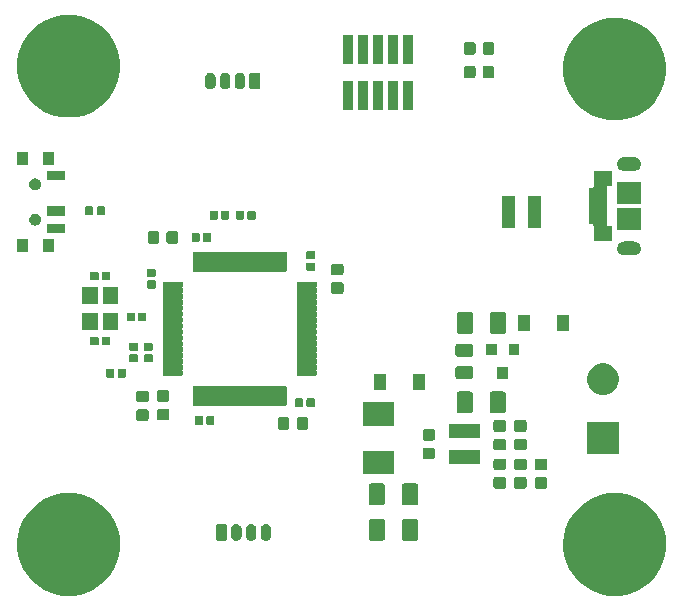
<source format=gbr>
G04 #@! TF.GenerationSoftware,KiCad,Pcbnew,(5.1.6)-1*
G04 #@! TF.CreationDate,2023-08-05T22:02:59+03:00*
G04 #@! TF.ProjectId,STM32F4_REV2,53544d33-3246-4345-9f52-4556322e6b69,rev?*
G04 #@! TF.SameCoordinates,Original*
G04 #@! TF.FileFunction,Soldermask,Top*
G04 #@! TF.FilePolarity,Negative*
%FSLAX46Y46*%
G04 Gerber Fmt 4.6, Leading zero omitted, Abs format (unit mm)*
G04 Created by KiCad (PCBNEW (5.1.6)-1) date 2023-08-05 22:02:59*
%MOMM*%
%LPD*%
G01*
G04 APERTURE LIST*
%ADD10C,0.100000*%
G04 APERTURE END LIST*
D10*
G36*
X158048156Y-94922794D02*
G01*
X158769140Y-95066206D01*
X159560972Y-95394193D01*
X160273601Y-95870357D01*
X160879643Y-96476399D01*
X161355807Y-97189028D01*
X161683794Y-97980860D01*
X161816581Y-98648426D01*
X161847890Y-98805826D01*
X161851000Y-98821464D01*
X161851000Y-99678536D01*
X161683794Y-100519140D01*
X161355807Y-101310972D01*
X160879643Y-102023601D01*
X160273601Y-102629643D01*
X159560972Y-103105807D01*
X158769140Y-103433794D01*
X158048156Y-103577206D01*
X157928537Y-103601000D01*
X157071463Y-103601000D01*
X156951844Y-103577206D01*
X156230860Y-103433794D01*
X155439028Y-103105807D01*
X154726399Y-102629643D01*
X154120357Y-102023601D01*
X153644193Y-101310972D01*
X153316206Y-100519140D01*
X153149000Y-99678536D01*
X153149000Y-98821464D01*
X153152111Y-98805826D01*
X153183419Y-98648426D01*
X153316206Y-97980860D01*
X153644193Y-97189028D01*
X154120357Y-96476399D01*
X154726399Y-95870357D01*
X155439028Y-95394193D01*
X156230860Y-95066206D01*
X156951844Y-94922794D01*
X157071463Y-94899000D01*
X157928537Y-94899000D01*
X158048156Y-94922794D01*
G37*
G36*
X111798156Y-94922794D02*
G01*
X112519140Y-95066206D01*
X113310972Y-95394193D01*
X114023601Y-95870357D01*
X114629643Y-96476399D01*
X115105807Y-97189028D01*
X115433794Y-97980860D01*
X115566581Y-98648426D01*
X115597890Y-98805826D01*
X115601000Y-98821464D01*
X115601000Y-99678536D01*
X115433794Y-100519140D01*
X115105807Y-101310972D01*
X114629643Y-102023601D01*
X114023601Y-102629643D01*
X113310972Y-103105807D01*
X112519140Y-103433794D01*
X111798156Y-103577206D01*
X111678537Y-103601000D01*
X110821463Y-103601000D01*
X110701844Y-103577206D01*
X109980860Y-103433794D01*
X109189028Y-103105807D01*
X108476399Y-102629643D01*
X107870357Y-102023601D01*
X107394193Y-101310972D01*
X107066206Y-100519140D01*
X106899000Y-99678536D01*
X106899000Y-98821464D01*
X106902111Y-98805826D01*
X106933419Y-98648426D01*
X107066206Y-97980860D01*
X107394193Y-97189028D01*
X107870357Y-96476399D01*
X108476399Y-95870357D01*
X109189028Y-95394193D01*
X109980860Y-95066206D01*
X110701844Y-94922794D01*
X110821463Y-94899000D01*
X111678537Y-94899000D01*
X111798156Y-94922794D01*
G37*
G36*
X128038409Y-97530525D02*
G01*
X128123425Y-97556314D01*
X128201774Y-97598193D01*
X128270449Y-97654552D01*
X128326807Y-97723225D01*
X128368686Y-97801574D01*
X128394475Y-97886590D01*
X128401000Y-97952842D01*
X128401000Y-98497158D01*
X128394475Y-98563410D01*
X128368686Y-98648426D01*
X128326807Y-98726775D01*
X128270449Y-98795449D01*
X128201775Y-98851807D01*
X128123426Y-98893686D01*
X128038410Y-98919475D01*
X127950000Y-98928182D01*
X127861591Y-98919475D01*
X127776575Y-98893686D01*
X127698226Y-98851807D01*
X127629552Y-98795449D01*
X127573195Y-98726776D01*
X127531313Y-98648423D01*
X127505525Y-98563410D01*
X127499000Y-98497158D01*
X127499000Y-97952843D01*
X127505525Y-97886591D01*
X127531314Y-97801575D01*
X127573193Y-97723226D01*
X127629552Y-97654551D01*
X127698225Y-97598193D01*
X127776574Y-97556314D01*
X127861590Y-97530525D01*
X127950000Y-97521818D01*
X128038409Y-97530525D01*
G37*
G36*
X126788409Y-97530525D02*
G01*
X126873425Y-97556314D01*
X126951774Y-97598193D01*
X127020449Y-97654552D01*
X127076807Y-97723225D01*
X127118686Y-97801574D01*
X127144475Y-97886590D01*
X127151000Y-97952842D01*
X127151000Y-98497158D01*
X127144475Y-98563410D01*
X127118686Y-98648426D01*
X127076807Y-98726775D01*
X127020449Y-98795449D01*
X126951775Y-98851807D01*
X126873426Y-98893686D01*
X126788410Y-98919475D01*
X126700000Y-98928182D01*
X126611591Y-98919475D01*
X126526575Y-98893686D01*
X126448226Y-98851807D01*
X126379552Y-98795449D01*
X126323195Y-98726776D01*
X126281313Y-98648423D01*
X126255525Y-98563410D01*
X126249000Y-98497158D01*
X126249000Y-97952843D01*
X126255525Y-97886591D01*
X126281314Y-97801575D01*
X126323193Y-97723226D01*
X126379552Y-97654551D01*
X126448225Y-97598193D01*
X126526574Y-97556314D01*
X126611590Y-97530525D01*
X126700000Y-97521818D01*
X126788409Y-97530525D01*
G37*
G36*
X125538409Y-97530525D02*
G01*
X125623425Y-97556314D01*
X125701774Y-97598193D01*
X125770449Y-97654552D01*
X125826807Y-97723225D01*
X125868686Y-97801574D01*
X125894475Y-97886590D01*
X125901000Y-97952842D01*
X125901000Y-98497158D01*
X125894475Y-98563410D01*
X125868686Y-98648426D01*
X125826807Y-98726775D01*
X125770449Y-98795449D01*
X125701775Y-98851807D01*
X125623426Y-98893686D01*
X125538410Y-98919475D01*
X125450000Y-98928182D01*
X125361591Y-98919475D01*
X125276575Y-98893686D01*
X125198226Y-98851807D01*
X125129552Y-98795449D01*
X125073195Y-98726776D01*
X125031313Y-98648423D01*
X125005525Y-98563410D01*
X124999000Y-98497158D01*
X124999000Y-97952843D01*
X125005525Y-97886591D01*
X125031314Y-97801575D01*
X125073193Y-97723226D01*
X125129552Y-97654551D01*
X125198225Y-97598193D01*
X125276574Y-97556314D01*
X125361590Y-97530525D01*
X125450000Y-97521818D01*
X125538409Y-97530525D01*
G37*
G36*
X124519683Y-97527725D02*
G01*
X124550143Y-97536966D01*
X124578223Y-97551974D01*
X124602831Y-97572169D01*
X124623026Y-97596777D01*
X124638034Y-97624857D01*
X124647275Y-97655317D01*
X124651000Y-97693140D01*
X124651000Y-98756860D01*
X124647275Y-98794683D01*
X124638034Y-98825143D01*
X124623026Y-98853223D01*
X124602831Y-98877831D01*
X124578223Y-98898026D01*
X124550143Y-98913034D01*
X124519683Y-98922275D01*
X124481860Y-98926000D01*
X123918140Y-98926000D01*
X123880317Y-98922275D01*
X123849857Y-98913034D01*
X123821777Y-98898026D01*
X123797169Y-98877831D01*
X123776974Y-98853223D01*
X123761966Y-98825143D01*
X123752725Y-98794683D01*
X123749000Y-98756860D01*
X123749000Y-97693140D01*
X123752725Y-97655317D01*
X123761966Y-97624857D01*
X123776974Y-97596777D01*
X123797169Y-97572169D01*
X123821777Y-97551974D01*
X123849857Y-97536966D01*
X123880317Y-97527725D01*
X123918140Y-97524000D01*
X124481860Y-97524000D01*
X124519683Y-97527725D01*
G37*
G36*
X140668604Y-97078347D02*
G01*
X140705144Y-97089432D01*
X140738821Y-97107433D01*
X140768341Y-97131659D01*
X140792567Y-97161179D01*
X140810568Y-97194856D01*
X140821653Y-97231396D01*
X140826000Y-97275538D01*
X140826000Y-98724462D01*
X140821653Y-98768604D01*
X140810568Y-98805144D01*
X140792567Y-98838821D01*
X140768341Y-98868341D01*
X140738821Y-98892567D01*
X140705144Y-98910568D01*
X140668604Y-98921653D01*
X140624462Y-98926000D01*
X139675538Y-98926000D01*
X139631396Y-98921653D01*
X139594856Y-98910568D01*
X139561179Y-98892567D01*
X139531659Y-98868341D01*
X139507433Y-98838821D01*
X139489432Y-98805144D01*
X139478347Y-98768604D01*
X139474000Y-98724462D01*
X139474000Y-97275538D01*
X139478347Y-97231396D01*
X139489432Y-97194856D01*
X139507433Y-97161179D01*
X139531659Y-97131659D01*
X139561179Y-97107433D01*
X139594856Y-97089432D01*
X139631396Y-97078347D01*
X139675538Y-97074000D01*
X140624462Y-97074000D01*
X140668604Y-97078347D01*
G37*
G36*
X137868604Y-97078347D02*
G01*
X137905144Y-97089432D01*
X137938821Y-97107433D01*
X137968341Y-97131659D01*
X137992567Y-97161179D01*
X138010568Y-97194856D01*
X138021653Y-97231396D01*
X138026000Y-97275538D01*
X138026000Y-98724462D01*
X138021653Y-98768604D01*
X138010568Y-98805144D01*
X137992567Y-98838821D01*
X137968341Y-98868341D01*
X137938821Y-98892567D01*
X137905144Y-98910568D01*
X137868604Y-98921653D01*
X137824462Y-98926000D01*
X136875538Y-98926000D01*
X136831396Y-98921653D01*
X136794856Y-98910568D01*
X136761179Y-98892567D01*
X136731659Y-98868341D01*
X136707433Y-98838821D01*
X136689432Y-98805144D01*
X136678347Y-98768604D01*
X136674000Y-98724462D01*
X136674000Y-97275538D01*
X136678347Y-97231396D01*
X136689432Y-97194856D01*
X136707433Y-97161179D01*
X136731659Y-97131659D01*
X136761179Y-97107433D01*
X136794856Y-97089432D01*
X136831396Y-97078347D01*
X136875538Y-97074000D01*
X137824462Y-97074000D01*
X137868604Y-97078347D01*
G37*
G36*
X137868604Y-94078347D02*
G01*
X137905144Y-94089432D01*
X137938821Y-94107433D01*
X137968341Y-94131659D01*
X137992567Y-94161179D01*
X138010568Y-94194856D01*
X138021653Y-94231396D01*
X138026000Y-94275538D01*
X138026000Y-95724462D01*
X138021653Y-95768604D01*
X138010568Y-95805144D01*
X137992567Y-95838821D01*
X137968341Y-95868341D01*
X137938821Y-95892567D01*
X137905144Y-95910568D01*
X137868604Y-95921653D01*
X137824462Y-95926000D01*
X136875538Y-95926000D01*
X136831396Y-95921653D01*
X136794856Y-95910568D01*
X136761179Y-95892567D01*
X136731659Y-95868341D01*
X136707433Y-95838821D01*
X136689432Y-95805144D01*
X136678347Y-95768604D01*
X136674000Y-95724462D01*
X136674000Y-94275538D01*
X136678347Y-94231396D01*
X136689432Y-94194856D01*
X136707433Y-94161179D01*
X136731659Y-94131659D01*
X136761179Y-94107433D01*
X136794856Y-94089432D01*
X136831396Y-94078347D01*
X136875538Y-94074000D01*
X137824462Y-94074000D01*
X137868604Y-94078347D01*
G37*
G36*
X140668604Y-94078347D02*
G01*
X140705144Y-94089432D01*
X140738821Y-94107433D01*
X140768341Y-94131659D01*
X140792567Y-94161179D01*
X140810568Y-94194856D01*
X140821653Y-94231396D01*
X140826000Y-94275538D01*
X140826000Y-95724462D01*
X140821653Y-95768604D01*
X140810568Y-95805144D01*
X140792567Y-95838821D01*
X140768341Y-95868341D01*
X140738821Y-95892567D01*
X140705144Y-95910568D01*
X140668604Y-95921653D01*
X140624462Y-95926000D01*
X139675538Y-95926000D01*
X139631396Y-95921653D01*
X139594856Y-95910568D01*
X139561179Y-95892567D01*
X139531659Y-95868341D01*
X139507433Y-95838821D01*
X139489432Y-95805144D01*
X139478347Y-95768604D01*
X139474000Y-95724462D01*
X139474000Y-94275538D01*
X139478347Y-94231396D01*
X139489432Y-94194856D01*
X139507433Y-94161179D01*
X139531659Y-94131659D01*
X139561179Y-94107433D01*
X139594856Y-94089432D01*
X139631396Y-94078347D01*
X139675538Y-94074000D01*
X140624462Y-94074000D01*
X140668604Y-94078347D01*
G37*
G36*
X149879591Y-93553085D02*
G01*
X149913569Y-93563393D01*
X149944890Y-93580134D01*
X149972339Y-93602661D01*
X149994866Y-93630110D01*
X150011607Y-93661431D01*
X150021915Y-93695409D01*
X150026000Y-93736890D01*
X150026000Y-94338110D01*
X150021915Y-94379591D01*
X150011607Y-94413569D01*
X149994866Y-94444890D01*
X149972339Y-94472339D01*
X149944890Y-94494866D01*
X149913569Y-94511607D01*
X149879591Y-94521915D01*
X149838110Y-94526000D01*
X149161890Y-94526000D01*
X149120409Y-94521915D01*
X149086431Y-94511607D01*
X149055110Y-94494866D01*
X149027661Y-94472339D01*
X149005134Y-94444890D01*
X148988393Y-94413569D01*
X148978085Y-94379591D01*
X148974000Y-94338110D01*
X148974000Y-93736890D01*
X148978085Y-93695409D01*
X148988393Y-93661431D01*
X149005134Y-93630110D01*
X149027661Y-93602661D01*
X149055110Y-93580134D01*
X149086431Y-93563393D01*
X149120409Y-93553085D01*
X149161890Y-93549000D01*
X149838110Y-93549000D01*
X149879591Y-93553085D01*
G37*
G36*
X148129591Y-93553085D02*
G01*
X148163569Y-93563393D01*
X148194890Y-93580134D01*
X148222339Y-93602661D01*
X148244866Y-93630110D01*
X148261607Y-93661431D01*
X148271915Y-93695409D01*
X148276000Y-93736890D01*
X148276000Y-94338110D01*
X148271915Y-94379591D01*
X148261607Y-94413569D01*
X148244866Y-94444890D01*
X148222339Y-94472339D01*
X148194890Y-94494866D01*
X148163569Y-94511607D01*
X148129591Y-94521915D01*
X148088110Y-94526000D01*
X147411890Y-94526000D01*
X147370409Y-94521915D01*
X147336431Y-94511607D01*
X147305110Y-94494866D01*
X147277661Y-94472339D01*
X147255134Y-94444890D01*
X147238393Y-94413569D01*
X147228085Y-94379591D01*
X147224000Y-94338110D01*
X147224000Y-93736890D01*
X147228085Y-93695409D01*
X147238393Y-93661431D01*
X147255134Y-93630110D01*
X147277661Y-93602661D01*
X147305110Y-93580134D01*
X147336431Y-93563393D01*
X147370409Y-93553085D01*
X147411890Y-93549000D01*
X148088110Y-93549000D01*
X148129591Y-93553085D01*
G37*
G36*
X151629591Y-93553085D02*
G01*
X151663569Y-93563393D01*
X151694890Y-93580134D01*
X151722339Y-93602661D01*
X151744866Y-93630110D01*
X151761607Y-93661431D01*
X151771915Y-93695409D01*
X151776000Y-93736890D01*
X151776000Y-94338110D01*
X151771915Y-94379591D01*
X151761607Y-94413569D01*
X151744866Y-94444890D01*
X151722339Y-94472339D01*
X151694890Y-94494866D01*
X151663569Y-94511607D01*
X151629591Y-94521915D01*
X151588110Y-94526000D01*
X150911890Y-94526000D01*
X150870409Y-94521915D01*
X150836431Y-94511607D01*
X150805110Y-94494866D01*
X150777661Y-94472339D01*
X150755134Y-94444890D01*
X150738393Y-94413569D01*
X150728085Y-94379591D01*
X150724000Y-94338110D01*
X150724000Y-93736890D01*
X150728085Y-93695409D01*
X150738393Y-93661431D01*
X150755134Y-93630110D01*
X150777661Y-93602661D01*
X150805110Y-93580134D01*
X150836431Y-93563393D01*
X150870409Y-93553085D01*
X150911890Y-93549000D01*
X151588110Y-93549000D01*
X151629591Y-93553085D01*
G37*
G36*
X138801000Y-93301000D02*
G01*
X136199000Y-93301000D01*
X136199000Y-91299000D01*
X138801000Y-91299000D01*
X138801000Y-93301000D01*
G37*
G36*
X148129591Y-91978085D02*
G01*
X148163569Y-91988393D01*
X148194890Y-92005134D01*
X148222339Y-92027661D01*
X148244866Y-92055110D01*
X148261607Y-92086431D01*
X148271915Y-92120409D01*
X148276000Y-92161890D01*
X148276000Y-92763110D01*
X148271915Y-92804591D01*
X148261607Y-92838569D01*
X148244866Y-92869890D01*
X148222339Y-92897339D01*
X148194890Y-92919866D01*
X148163569Y-92936607D01*
X148129591Y-92946915D01*
X148088110Y-92951000D01*
X147411890Y-92951000D01*
X147370409Y-92946915D01*
X147336431Y-92936607D01*
X147305110Y-92919866D01*
X147277661Y-92897339D01*
X147255134Y-92869890D01*
X147238393Y-92838569D01*
X147228085Y-92804591D01*
X147224000Y-92763110D01*
X147224000Y-92161890D01*
X147228085Y-92120409D01*
X147238393Y-92086431D01*
X147255134Y-92055110D01*
X147277661Y-92027661D01*
X147305110Y-92005134D01*
X147336431Y-91988393D01*
X147370409Y-91978085D01*
X147411890Y-91974000D01*
X148088110Y-91974000D01*
X148129591Y-91978085D01*
G37*
G36*
X149879591Y-91978085D02*
G01*
X149913569Y-91988393D01*
X149944890Y-92005134D01*
X149972339Y-92027661D01*
X149994866Y-92055110D01*
X150011607Y-92086431D01*
X150021915Y-92120409D01*
X150026000Y-92161890D01*
X150026000Y-92763110D01*
X150021915Y-92804591D01*
X150011607Y-92838569D01*
X149994866Y-92869890D01*
X149972339Y-92897339D01*
X149944890Y-92919866D01*
X149913569Y-92936607D01*
X149879591Y-92946915D01*
X149838110Y-92951000D01*
X149161890Y-92951000D01*
X149120409Y-92946915D01*
X149086431Y-92936607D01*
X149055110Y-92919866D01*
X149027661Y-92897339D01*
X149005134Y-92869890D01*
X148988393Y-92838569D01*
X148978085Y-92804591D01*
X148974000Y-92763110D01*
X148974000Y-92161890D01*
X148978085Y-92120409D01*
X148988393Y-92086431D01*
X149005134Y-92055110D01*
X149027661Y-92027661D01*
X149055110Y-92005134D01*
X149086431Y-91988393D01*
X149120409Y-91978085D01*
X149161890Y-91974000D01*
X149838110Y-91974000D01*
X149879591Y-91978085D01*
G37*
G36*
X151629591Y-91978085D02*
G01*
X151663569Y-91988393D01*
X151694890Y-92005134D01*
X151722339Y-92027661D01*
X151744866Y-92055110D01*
X151761607Y-92086431D01*
X151771915Y-92120409D01*
X151776000Y-92161890D01*
X151776000Y-92763110D01*
X151771915Y-92804591D01*
X151761607Y-92838569D01*
X151744866Y-92869890D01*
X151722339Y-92897339D01*
X151694890Y-92919866D01*
X151663569Y-92936607D01*
X151629591Y-92946915D01*
X151588110Y-92951000D01*
X150911890Y-92951000D01*
X150870409Y-92946915D01*
X150836431Y-92936607D01*
X150805110Y-92919866D01*
X150777661Y-92897339D01*
X150755134Y-92869890D01*
X150738393Y-92838569D01*
X150728085Y-92804591D01*
X150724000Y-92763110D01*
X150724000Y-92161890D01*
X150728085Y-92120409D01*
X150738393Y-92086431D01*
X150755134Y-92055110D01*
X150777661Y-92027661D01*
X150805110Y-92005134D01*
X150836431Y-91988393D01*
X150870409Y-91978085D01*
X150911890Y-91974000D01*
X151588110Y-91974000D01*
X151629591Y-91978085D01*
G37*
G36*
X146076000Y-92431000D02*
G01*
X143424000Y-92431000D01*
X143424000Y-91269000D01*
X146076000Y-91269000D01*
X146076000Y-92431000D01*
G37*
G36*
X142129591Y-91053085D02*
G01*
X142163569Y-91063393D01*
X142194890Y-91080134D01*
X142222339Y-91102661D01*
X142244866Y-91130110D01*
X142261607Y-91161431D01*
X142271915Y-91195409D01*
X142276000Y-91236890D01*
X142276000Y-91838110D01*
X142271915Y-91879591D01*
X142261607Y-91913569D01*
X142244866Y-91944890D01*
X142222339Y-91972339D01*
X142194890Y-91994866D01*
X142163569Y-92011607D01*
X142129591Y-92021915D01*
X142088110Y-92026000D01*
X141411890Y-92026000D01*
X141370409Y-92021915D01*
X141336431Y-92011607D01*
X141305110Y-91994866D01*
X141277661Y-91972339D01*
X141255134Y-91944890D01*
X141238393Y-91913569D01*
X141228085Y-91879591D01*
X141224000Y-91838110D01*
X141224000Y-91236890D01*
X141228085Y-91195409D01*
X141238393Y-91161431D01*
X141255134Y-91130110D01*
X141277661Y-91102661D01*
X141305110Y-91080134D01*
X141336431Y-91063393D01*
X141370409Y-91053085D01*
X141411890Y-91049000D01*
X142088110Y-91049000D01*
X142129591Y-91053085D01*
G37*
G36*
X157851000Y-91601000D02*
G01*
X155149000Y-91601000D01*
X155149000Y-88899000D01*
X157851000Y-88899000D01*
X157851000Y-91601000D01*
G37*
G36*
X149879591Y-90303085D02*
G01*
X149913569Y-90313393D01*
X149944890Y-90330134D01*
X149972339Y-90352661D01*
X149994866Y-90380110D01*
X150011607Y-90411431D01*
X150021915Y-90445409D01*
X150026000Y-90486890D01*
X150026000Y-91088110D01*
X150021915Y-91129591D01*
X150011607Y-91163569D01*
X149994866Y-91194890D01*
X149972339Y-91222339D01*
X149944890Y-91244866D01*
X149913569Y-91261607D01*
X149879591Y-91271915D01*
X149838110Y-91276000D01*
X149161890Y-91276000D01*
X149120409Y-91271915D01*
X149086431Y-91261607D01*
X149055110Y-91244866D01*
X149027661Y-91222339D01*
X149005134Y-91194890D01*
X148988393Y-91163569D01*
X148978085Y-91129591D01*
X148974000Y-91088110D01*
X148974000Y-90486890D01*
X148978085Y-90445409D01*
X148988393Y-90411431D01*
X149005134Y-90380110D01*
X149027661Y-90352661D01*
X149055110Y-90330134D01*
X149086431Y-90313393D01*
X149120409Y-90303085D01*
X149161890Y-90299000D01*
X149838110Y-90299000D01*
X149879591Y-90303085D01*
G37*
G36*
X148129591Y-90303085D02*
G01*
X148163569Y-90313393D01*
X148194890Y-90330134D01*
X148222339Y-90352661D01*
X148244866Y-90380110D01*
X148261607Y-90411431D01*
X148271915Y-90445409D01*
X148276000Y-90486890D01*
X148276000Y-91088110D01*
X148271915Y-91129591D01*
X148261607Y-91163569D01*
X148244866Y-91194890D01*
X148222339Y-91222339D01*
X148194890Y-91244866D01*
X148163569Y-91261607D01*
X148129591Y-91271915D01*
X148088110Y-91276000D01*
X147411890Y-91276000D01*
X147370409Y-91271915D01*
X147336431Y-91261607D01*
X147305110Y-91244866D01*
X147277661Y-91222339D01*
X147255134Y-91194890D01*
X147238393Y-91163569D01*
X147228085Y-91129591D01*
X147224000Y-91088110D01*
X147224000Y-90486890D01*
X147228085Y-90445409D01*
X147238393Y-90411431D01*
X147255134Y-90380110D01*
X147277661Y-90352661D01*
X147305110Y-90330134D01*
X147336431Y-90313393D01*
X147370409Y-90303085D01*
X147411890Y-90299000D01*
X148088110Y-90299000D01*
X148129591Y-90303085D01*
G37*
G36*
X142129591Y-89478085D02*
G01*
X142163569Y-89488393D01*
X142194890Y-89505134D01*
X142222339Y-89527661D01*
X142244866Y-89555110D01*
X142261607Y-89586431D01*
X142271915Y-89620409D01*
X142276000Y-89661890D01*
X142276000Y-90263110D01*
X142271915Y-90304591D01*
X142261607Y-90338569D01*
X142244866Y-90369890D01*
X142222339Y-90397339D01*
X142194890Y-90419866D01*
X142163569Y-90436607D01*
X142129591Y-90446915D01*
X142088110Y-90451000D01*
X141411890Y-90451000D01*
X141370409Y-90446915D01*
X141336431Y-90436607D01*
X141305110Y-90419866D01*
X141277661Y-90397339D01*
X141255134Y-90369890D01*
X141238393Y-90338569D01*
X141228085Y-90304591D01*
X141224000Y-90263110D01*
X141224000Y-89661890D01*
X141228085Y-89620409D01*
X141238393Y-89586431D01*
X141255134Y-89555110D01*
X141277661Y-89527661D01*
X141305110Y-89505134D01*
X141336431Y-89488393D01*
X141370409Y-89478085D01*
X141411890Y-89474000D01*
X142088110Y-89474000D01*
X142129591Y-89478085D01*
G37*
G36*
X146076000Y-90231000D02*
G01*
X143424000Y-90231000D01*
X143424000Y-89069000D01*
X146076000Y-89069000D01*
X146076000Y-90231000D01*
G37*
G36*
X149879591Y-88728085D02*
G01*
X149913569Y-88738393D01*
X149944890Y-88755134D01*
X149972339Y-88777661D01*
X149994866Y-88805110D01*
X150011607Y-88836431D01*
X150021915Y-88870409D01*
X150026000Y-88911890D01*
X150026000Y-89513110D01*
X150021915Y-89554591D01*
X150011607Y-89588569D01*
X149994866Y-89619890D01*
X149972339Y-89647339D01*
X149944890Y-89669866D01*
X149913569Y-89686607D01*
X149879591Y-89696915D01*
X149838110Y-89701000D01*
X149161890Y-89701000D01*
X149120409Y-89696915D01*
X149086431Y-89686607D01*
X149055110Y-89669866D01*
X149027661Y-89647339D01*
X149005134Y-89619890D01*
X148988393Y-89588569D01*
X148978085Y-89554591D01*
X148974000Y-89513110D01*
X148974000Y-88911890D01*
X148978085Y-88870409D01*
X148988393Y-88836431D01*
X149005134Y-88805110D01*
X149027661Y-88777661D01*
X149055110Y-88755134D01*
X149086431Y-88738393D01*
X149120409Y-88728085D01*
X149161890Y-88724000D01*
X149838110Y-88724000D01*
X149879591Y-88728085D01*
G37*
G36*
X148129591Y-88728085D02*
G01*
X148163569Y-88738393D01*
X148194890Y-88755134D01*
X148222339Y-88777661D01*
X148244866Y-88805110D01*
X148261607Y-88836431D01*
X148271915Y-88870409D01*
X148276000Y-88911890D01*
X148276000Y-89513110D01*
X148271915Y-89554591D01*
X148261607Y-89588569D01*
X148244866Y-89619890D01*
X148222339Y-89647339D01*
X148194890Y-89669866D01*
X148163569Y-89686607D01*
X148129591Y-89696915D01*
X148088110Y-89701000D01*
X147411890Y-89701000D01*
X147370409Y-89696915D01*
X147336431Y-89686607D01*
X147305110Y-89669866D01*
X147277661Y-89647339D01*
X147255134Y-89619890D01*
X147238393Y-89588569D01*
X147228085Y-89554591D01*
X147224000Y-89513110D01*
X147224000Y-88911890D01*
X147228085Y-88870409D01*
X147238393Y-88836431D01*
X147255134Y-88805110D01*
X147277661Y-88777661D01*
X147305110Y-88755134D01*
X147336431Y-88738393D01*
X147370409Y-88728085D01*
X147411890Y-88724000D01*
X148088110Y-88724000D01*
X148129591Y-88728085D01*
G37*
G36*
X131379591Y-88478085D02*
G01*
X131413569Y-88488393D01*
X131444890Y-88505134D01*
X131472339Y-88527661D01*
X131494866Y-88555110D01*
X131511607Y-88586431D01*
X131521915Y-88620409D01*
X131526000Y-88661890D01*
X131526000Y-89338110D01*
X131521915Y-89379591D01*
X131511607Y-89413569D01*
X131494866Y-89444890D01*
X131472339Y-89472339D01*
X131444890Y-89494866D01*
X131413569Y-89511607D01*
X131379591Y-89521915D01*
X131338110Y-89526000D01*
X130736890Y-89526000D01*
X130695409Y-89521915D01*
X130661431Y-89511607D01*
X130630110Y-89494866D01*
X130602661Y-89472339D01*
X130580134Y-89444890D01*
X130563393Y-89413569D01*
X130553085Y-89379591D01*
X130549000Y-89338110D01*
X130549000Y-88661890D01*
X130553085Y-88620409D01*
X130563393Y-88586431D01*
X130580134Y-88555110D01*
X130602661Y-88527661D01*
X130630110Y-88505134D01*
X130661431Y-88488393D01*
X130695409Y-88478085D01*
X130736890Y-88474000D01*
X131338110Y-88474000D01*
X131379591Y-88478085D01*
G37*
G36*
X129804591Y-88478085D02*
G01*
X129838569Y-88488393D01*
X129869890Y-88505134D01*
X129897339Y-88527661D01*
X129919866Y-88555110D01*
X129936607Y-88586431D01*
X129946915Y-88620409D01*
X129951000Y-88661890D01*
X129951000Y-89338110D01*
X129946915Y-89379591D01*
X129936607Y-89413569D01*
X129919866Y-89444890D01*
X129897339Y-89472339D01*
X129869890Y-89494866D01*
X129838569Y-89511607D01*
X129804591Y-89521915D01*
X129763110Y-89526000D01*
X129161890Y-89526000D01*
X129120409Y-89521915D01*
X129086431Y-89511607D01*
X129055110Y-89494866D01*
X129027661Y-89472339D01*
X129005134Y-89444890D01*
X128988393Y-89413569D01*
X128978085Y-89379591D01*
X128974000Y-89338110D01*
X128974000Y-88661890D01*
X128978085Y-88620409D01*
X128988393Y-88586431D01*
X129005134Y-88555110D01*
X129027661Y-88527661D01*
X129055110Y-88505134D01*
X129086431Y-88488393D01*
X129120409Y-88478085D01*
X129161890Y-88474000D01*
X129763110Y-88474000D01*
X129804591Y-88478085D01*
G37*
G36*
X138801000Y-89201000D02*
G01*
X136199000Y-89201000D01*
X136199000Y-87199000D01*
X138801000Y-87199000D01*
X138801000Y-89201000D01*
G37*
G36*
X122536938Y-88381716D02*
G01*
X122557557Y-88387971D01*
X122576553Y-88398124D01*
X122593208Y-88411792D01*
X122606876Y-88428447D01*
X122617029Y-88447443D01*
X122623284Y-88468062D01*
X122626000Y-88495640D01*
X122626000Y-89004360D01*
X122623284Y-89031938D01*
X122617029Y-89052557D01*
X122606876Y-89071553D01*
X122593208Y-89088208D01*
X122576553Y-89101876D01*
X122557557Y-89112029D01*
X122536938Y-89118284D01*
X122509360Y-89121000D01*
X122050640Y-89121000D01*
X122023062Y-89118284D01*
X122002443Y-89112029D01*
X121983447Y-89101876D01*
X121966792Y-89088208D01*
X121953124Y-89071553D01*
X121942971Y-89052557D01*
X121936716Y-89031938D01*
X121934000Y-89004360D01*
X121934000Y-88495640D01*
X121936716Y-88468062D01*
X121942971Y-88447443D01*
X121953124Y-88428447D01*
X121966792Y-88411792D01*
X121983447Y-88398124D01*
X122002443Y-88387971D01*
X122023062Y-88381716D01*
X122050640Y-88379000D01*
X122509360Y-88379000D01*
X122536938Y-88381716D01*
G37*
G36*
X123506938Y-88381716D02*
G01*
X123527557Y-88387971D01*
X123546553Y-88398124D01*
X123563208Y-88411792D01*
X123576876Y-88428447D01*
X123587029Y-88447443D01*
X123593284Y-88468062D01*
X123596000Y-88495640D01*
X123596000Y-89004360D01*
X123593284Y-89031938D01*
X123587029Y-89052557D01*
X123576876Y-89071553D01*
X123563208Y-89088208D01*
X123546553Y-89101876D01*
X123527557Y-89112029D01*
X123506938Y-89118284D01*
X123479360Y-89121000D01*
X123020640Y-89121000D01*
X122993062Y-89118284D01*
X122972443Y-89112029D01*
X122953447Y-89101876D01*
X122936792Y-89088208D01*
X122923124Y-89071553D01*
X122912971Y-89052557D01*
X122906716Y-89031938D01*
X122904000Y-89004360D01*
X122904000Y-88495640D01*
X122906716Y-88468062D01*
X122912971Y-88447443D01*
X122923124Y-88428447D01*
X122936792Y-88411792D01*
X122953447Y-88398124D01*
X122972443Y-88387971D01*
X122993062Y-88381716D01*
X123020640Y-88379000D01*
X123479360Y-88379000D01*
X123506938Y-88381716D01*
G37*
G36*
X117879591Y-87803085D02*
G01*
X117913569Y-87813393D01*
X117944890Y-87830134D01*
X117972339Y-87852661D01*
X117994866Y-87880110D01*
X118011607Y-87911431D01*
X118021915Y-87945409D01*
X118026000Y-87986890D01*
X118026000Y-88588110D01*
X118021915Y-88629591D01*
X118011607Y-88663569D01*
X117994866Y-88694890D01*
X117972339Y-88722339D01*
X117944890Y-88744866D01*
X117913569Y-88761607D01*
X117879591Y-88771915D01*
X117838110Y-88776000D01*
X117161890Y-88776000D01*
X117120409Y-88771915D01*
X117086431Y-88761607D01*
X117055110Y-88744866D01*
X117027661Y-88722339D01*
X117005134Y-88694890D01*
X116988393Y-88663569D01*
X116978085Y-88629591D01*
X116974000Y-88588110D01*
X116974000Y-87986890D01*
X116978085Y-87945409D01*
X116988393Y-87911431D01*
X117005134Y-87880110D01*
X117027661Y-87852661D01*
X117055110Y-87830134D01*
X117086431Y-87813393D01*
X117120409Y-87803085D01*
X117161890Y-87799000D01*
X117838110Y-87799000D01*
X117879591Y-87803085D01*
G37*
G36*
X119629591Y-87765585D02*
G01*
X119663569Y-87775893D01*
X119694890Y-87792634D01*
X119722339Y-87815161D01*
X119744866Y-87842610D01*
X119761607Y-87873931D01*
X119771915Y-87907909D01*
X119776000Y-87949390D01*
X119776000Y-88550610D01*
X119771915Y-88592091D01*
X119761607Y-88626069D01*
X119744866Y-88657390D01*
X119722339Y-88684839D01*
X119694890Y-88707366D01*
X119663569Y-88724107D01*
X119629591Y-88734415D01*
X119588110Y-88738500D01*
X118911890Y-88738500D01*
X118870409Y-88734415D01*
X118836431Y-88724107D01*
X118805110Y-88707366D01*
X118777661Y-88684839D01*
X118755134Y-88657390D01*
X118738393Y-88626069D01*
X118728085Y-88592091D01*
X118724000Y-88550610D01*
X118724000Y-87949390D01*
X118728085Y-87907909D01*
X118738393Y-87873931D01*
X118755134Y-87842610D01*
X118777661Y-87815161D01*
X118805110Y-87792634D01*
X118836431Y-87775893D01*
X118870409Y-87765585D01*
X118911890Y-87761500D01*
X119588110Y-87761500D01*
X119629591Y-87765585D01*
G37*
G36*
X145293604Y-86303347D02*
G01*
X145330144Y-86314432D01*
X145363821Y-86332433D01*
X145393341Y-86356659D01*
X145417567Y-86386179D01*
X145435568Y-86419856D01*
X145446653Y-86456396D01*
X145451000Y-86500538D01*
X145451000Y-87949462D01*
X145446653Y-87993604D01*
X145435568Y-88030144D01*
X145417567Y-88063821D01*
X145393341Y-88093341D01*
X145363821Y-88117567D01*
X145330144Y-88135568D01*
X145293604Y-88146653D01*
X145249462Y-88151000D01*
X144300538Y-88151000D01*
X144256396Y-88146653D01*
X144219856Y-88135568D01*
X144186179Y-88117567D01*
X144156659Y-88093341D01*
X144132433Y-88063821D01*
X144114432Y-88030144D01*
X144103347Y-87993604D01*
X144099000Y-87949462D01*
X144099000Y-86500538D01*
X144103347Y-86456396D01*
X144114432Y-86419856D01*
X144132433Y-86386179D01*
X144156659Y-86356659D01*
X144186179Y-86332433D01*
X144219856Y-86314432D01*
X144256396Y-86303347D01*
X144300538Y-86299000D01*
X145249462Y-86299000D01*
X145293604Y-86303347D01*
G37*
G36*
X148093604Y-86303347D02*
G01*
X148130144Y-86314432D01*
X148163821Y-86332433D01*
X148193341Y-86356659D01*
X148217567Y-86386179D01*
X148235568Y-86419856D01*
X148246653Y-86456396D01*
X148251000Y-86500538D01*
X148251000Y-87949462D01*
X148246653Y-87993604D01*
X148235568Y-88030144D01*
X148217567Y-88063821D01*
X148193341Y-88093341D01*
X148163821Y-88117567D01*
X148130144Y-88135568D01*
X148093604Y-88146653D01*
X148049462Y-88151000D01*
X147100538Y-88151000D01*
X147056396Y-88146653D01*
X147019856Y-88135568D01*
X146986179Y-88117567D01*
X146956659Y-88093341D01*
X146932433Y-88063821D01*
X146914432Y-88030144D01*
X146903347Y-87993604D01*
X146899000Y-87949462D01*
X146899000Y-86500538D01*
X146903347Y-86456396D01*
X146914432Y-86419856D01*
X146932433Y-86386179D01*
X146956659Y-86356659D01*
X146986179Y-86332433D01*
X147019856Y-86314432D01*
X147056396Y-86303347D01*
X147100538Y-86299000D01*
X148049462Y-86299000D01*
X148093604Y-86303347D01*
G37*
G36*
X131991938Y-86881716D02*
G01*
X132012557Y-86887971D01*
X132031553Y-86898124D01*
X132048208Y-86911792D01*
X132061876Y-86928447D01*
X132072029Y-86947443D01*
X132078284Y-86968062D01*
X132081000Y-86995640D01*
X132081000Y-87504360D01*
X132078284Y-87531938D01*
X132072029Y-87552557D01*
X132061876Y-87571553D01*
X132048208Y-87588208D01*
X132031553Y-87601876D01*
X132012557Y-87612029D01*
X131991938Y-87618284D01*
X131964360Y-87621000D01*
X131505640Y-87621000D01*
X131478062Y-87618284D01*
X131457443Y-87612029D01*
X131438447Y-87601876D01*
X131421792Y-87588208D01*
X131408124Y-87571553D01*
X131397971Y-87552557D01*
X131391716Y-87531938D01*
X131389000Y-87504360D01*
X131389000Y-86995640D01*
X131391716Y-86968062D01*
X131397971Y-86947443D01*
X131408124Y-86928447D01*
X131421792Y-86911792D01*
X131438447Y-86898124D01*
X131457443Y-86887971D01*
X131478062Y-86881716D01*
X131505640Y-86879000D01*
X131964360Y-86879000D01*
X131991938Y-86881716D01*
G37*
G36*
X131021938Y-86881716D02*
G01*
X131042557Y-86887971D01*
X131061553Y-86898124D01*
X131078208Y-86911792D01*
X131091876Y-86928447D01*
X131102029Y-86947443D01*
X131108284Y-86968062D01*
X131111000Y-86995640D01*
X131111000Y-87504360D01*
X131108284Y-87531938D01*
X131102029Y-87552557D01*
X131091876Y-87571553D01*
X131078208Y-87588208D01*
X131061553Y-87601876D01*
X131042557Y-87612029D01*
X131021938Y-87618284D01*
X130994360Y-87621000D01*
X130535640Y-87621000D01*
X130508062Y-87618284D01*
X130487443Y-87612029D01*
X130468447Y-87601876D01*
X130451792Y-87588208D01*
X130438124Y-87571553D01*
X130427971Y-87552557D01*
X130421716Y-87531938D01*
X130419000Y-87504360D01*
X130419000Y-86995640D01*
X130421716Y-86968062D01*
X130427971Y-86947443D01*
X130438124Y-86928447D01*
X130451792Y-86911792D01*
X130468447Y-86898124D01*
X130487443Y-86887971D01*
X130508062Y-86881716D01*
X130535640Y-86879000D01*
X130994360Y-86879000D01*
X131021938Y-86881716D01*
G37*
G36*
X122170295Y-85850323D02*
G01*
X122177309Y-85852451D01*
X122191077Y-85859810D01*
X122213716Y-85869187D01*
X122237749Y-85873967D01*
X122262253Y-85873967D01*
X122286286Y-85869186D01*
X122308923Y-85859810D01*
X122322691Y-85852451D01*
X122329705Y-85850323D01*
X122343140Y-85849000D01*
X122656860Y-85849000D01*
X122670295Y-85850323D01*
X122677309Y-85852451D01*
X122691077Y-85859810D01*
X122713716Y-85869187D01*
X122737749Y-85873967D01*
X122762253Y-85873967D01*
X122786286Y-85869186D01*
X122808923Y-85859810D01*
X122822691Y-85852451D01*
X122829705Y-85850323D01*
X122843140Y-85849000D01*
X123156860Y-85849000D01*
X123170295Y-85850323D01*
X123177309Y-85852451D01*
X123191077Y-85859810D01*
X123213716Y-85869187D01*
X123237749Y-85873967D01*
X123262253Y-85873967D01*
X123286286Y-85869186D01*
X123308923Y-85859810D01*
X123322691Y-85852451D01*
X123329705Y-85850323D01*
X123343140Y-85849000D01*
X123656860Y-85849000D01*
X123670295Y-85850323D01*
X123677309Y-85852451D01*
X123691077Y-85859810D01*
X123713716Y-85869187D01*
X123737749Y-85873967D01*
X123762253Y-85873967D01*
X123786286Y-85869186D01*
X123808923Y-85859810D01*
X123822691Y-85852451D01*
X123829705Y-85850323D01*
X123843140Y-85849000D01*
X124156860Y-85849000D01*
X124170295Y-85850323D01*
X124177309Y-85852451D01*
X124191077Y-85859810D01*
X124213716Y-85869187D01*
X124237749Y-85873967D01*
X124262253Y-85873967D01*
X124286286Y-85869186D01*
X124308923Y-85859810D01*
X124322691Y-85852451D01*
X124329705Y-85850323D01*
X124343140Y-85849000D01*
X124656860Y-85849000D01*
X124670295Y-85850323D01*
X124677309Y-85852451D01*
X124691077Y-85859810D01*
X124713716Y-85869187D01*
X124737749Y-85873967D01*
X124762253Y-85873967D01*
X124786286Y-85869186D01*
X124808923Y-85859810D01*
X124822691Y-85852451D01*
X124829705Y-85850323D01*
X124843140Y-85849000D01*
X125156860Y-85849000D01*
X125170295Y-85850323D01*
X125177309Y-85852451D01*
X125191077Y-85859810D01*
X125213716Y-85869187D01*
X125237749Y-85873967D01*
X125262253Y-85873967D01*
X125286286Y-85869186D01*
X125308923Y-85859810D01*
X125322691Y-85852451D01*
X125329705Y-85850323D01*
X125343140Y-85849000D01*
X125656860Y-85849000D01*
X125670295Y-85850323D01*
X125677309Y-85852451D01*
X125691077Y-85859810D01*
X125713716Y-85869187D01*
X125737749Y-85873967D01*
X125762253Y-85873967D01*
X125786286Y-85869186D01*
X125808923Y-85859810D01*
X125822691Y-85852451D01*
X125829705Y-85850323D01*
X125843140Y-85849000D01*
X126156860Y-85849000D01*
X126170295Y-85850323D01*
X126177309Y-85852451D01*
X126191077Y-85859810D01*
X126213716Y-85869187D01*
X126237749Y-85873967D01*
X126262253Y-85873967D01*
X126286286Y-85869186D01*
X126308923Y-85859810D01*
X126322691Y-85852451D01*
X126329705Y-85850323D01*
X126343140Y-85849000D01*
X126656860Y-85849000D01*
X126670295Y-85850323D01*
X126677309Y-85852451D01*
X126691077Y-85859810D01*
X126713716Y-85869187D01*
X126737749Y-85873967D01*
X126762253Y-85873967D01*
X126786286Y-85869186D01*
X126808923Y-85859810D01*
X126822691Y-85852451D01*
X126829705Y-85850323D01*
X126843140Y-85849000D01*
X127156860Y-85849000D01*
X127170295Y-85850323D01*
X127177309Y-85852451D01*
X127191077Y-85859810D01*
X127213716Y-85869187D01*
X127237749Y-85873967D01*
X127262253Y-85873967D01*
X127286286Y-85869186D01*
X127308923Y-85859810D01*
X127322691Y-85852451D01*
X127329705Y-85850323D01*
X127343140Y-85849000D01*
X127656860Y-85849000D01*
X127670295Y-85850323D01*
X127677309Y-85852451D01*
X127691077Y-85859810D01*
X127713716Y-85869187D01*
X127737749Y-85873967D01*
X127762253Y-85873967D01*
X127786286Y-85869186D01*
X127808923Y-85859810D01*
X127822691Y-85852451D01*
X127829705Y-85850323D01*
X127843140Y-85849000D01*
X128156860Y-85849000D01*
X128170295Y-85850323D01*
X128177309Y-85852451D01*
X128191077Y-85859810D01*
X128213716Y-85869187D01*
X128237749Y-85873967D01*
X128262253Y-85873967D01*
X128286286Y-85869186D01*
X128308923Y-85859810D01*
X128322691Y-85852451D01*
X128329705Y-85850323D01*
X128343140Y-85849000D01*
X128656860Y-85849000D01*
X128670295Y-85850323D01*
X128677309Y-85852451D01*
X128691077Y-85859810D01*
X128713716Y-85869187D01*
X128737749Y-85873967D01*
X128762253Y-85873967D01*
X128786286Y-85869186D01*
X128808923Y-85859810D01*
X128822691Y-85852451D01*
X128829705Y-85850323D01*
X128843140Y-85849000D01*
X129156860Y-85849000D01*
X129170295Y-85850323D01*
X129177309Y-85852451D01*
X129191077Y-85859810D01*
X129213716Y-85869187D01*
X129237749Y-85873967D01*
X129262253Y-85873967D01*
X129286286Y-85869186D01*
X129308923Y-85859810D01*
X129322691Y-85852451D01*
X129329705Y-85850323D01*
X129343140Y-85849000D01*
X129656860Y-85849000D01*
X129670295Y-85850323D01*
X129677310Y-85852451D01*
X129683776Y-85855908D01*
X129689442Y-85860558D01*
X129694092Y-85866224D01*
X129697549Y-85872690D01*
X129699677Y-85879705D01*
X129701000Y-85893140D01*
X129701000Y-87456860D01*
X129699677Y-87470295D01*
X129697549Y-87477310D01*
X129694092Y-87483776D01*
X129689442Y-87489442D01*
X129683776Y-87494092D01*
X129677310Y-87497549D01*
X129670295Y-87499677D01*
X129656860Y-87501000D01*
X129343140Y-87501000D01*
X129329705Y-87499677D01*
X129322691Y-87497549D01*
X129308923Y-87490190D01*
X129286284Y-87480813D01*
X129262251Y-87476033D01*
X129237747Y-87476033D01*
X129213714Y-87480814D01*
X129191077Y-87490190D01*
X129177309Y-87497549D01*
X129170295Y-87499677D01*
X129156860Y-87501000D01*
X128843140Y-87501000D01*
X128829705Y-87499677D01*
X128822691Y-87497549D01*
X128808923Y-87490190D01*
X128786284Y-87480813D01*
X128762251Y-87476033D01*
X128737747Y-87476033D01*
X128713714Y-87480814D01*
X128691077Y-87490190D01*
X128677309Y-87497549D01*
X128670295Y-87499677D01*
X128656860Y-87501000D01*
X128343140Y-87501000D01*
X128329705Y-87499677D01*
X128322691Y-87497549D01*
X128308923Y-87490190D01*
X128286284Y-87480813D01*
X128262251Y-87476033D01*
X128237747Y-87476033D01*
X128213714Y-87480814D01*
X128191077Y-87490190D01*
X128177309Y-87497549D01*
X128170295Y-87499677D01*
X128156860Y-87501000D01*
X127843140Y-87501000D01*
X127829705Y-87499677D01*
X127822691Y-87497549D01*
X127808923Y-87490190D01*
X127786284Y-87480813D01*
X127762251Y-87476033D01*
X127737747Y-87476033D01*
X127713714Y-87480814D01*
X127691077Y-87490190D01*
X127677309Y-87497549D01*
X127670295Y-87499677D01*
X127656860Y-87501000D01*
X127343140Y-87501000D01*
X127329705Y-87499677D01*
X127322691Y-87497549D01*
X127308923Y-87490190D01*
X127286284Y-87480813D01*
X127262251Y-87476033D01*
X127237747Y-87476033D01*
X127213714Y-87480814D01*
X127191077Y-87490190D01*
X127177309Y-87497549D01*
X127170295Y-87499677D01*
X127156860Y-87501000D01*
X126843140Y-87501000D01*
X126829705Y-87499677D01*
X126822691Y-87497549D01*
X126808923Y-87490190D01*
X126786284Y-87480813D01*
X126762251Y-87476033D01*
X126737747Y-87476033D01*
X126713714Y-87480814D01*
X126691077Y-87490190D01*
X126677309Y-87497549D01*
X126670295Y-87499677D01*
X126656860Y-87501000D01*
X126343140Y-87501000D01*
X126329705Y-87499677D01*
X126322691Y-87497549D01*
X126308923Y-87490190D01*
X126286284Y-87480813D01*
X126262251Y-87476033D01*
X126237747Y-87476033D01*
X126213714Y-87480814D01*
X126191077Y-87490190D01*
X126177309Y-87497549D01*
X126170295Y-87499677D01*
X126156860Y-87501000D01*
X125843140Y-87501000D01*
X125829705Y-87499677D01*
X125822691Y-87497549D01*
X125808923Y-87490190D01*
X125786284Y-87480813D01*
X125762251Y-87476033D01*
X125737747Y-87476033D01*
X125713714Y-87480814D01*
X125691077Y-87490190D01*
X125677309Y-87497549D01*
X125670295Y-87499677D01*
X125656860Y-87501000D01*
X125343140Y-87501000D01*
X125329705Y-87499677D01*
X125322691Y-87497549D01*
X125308923Y-87490190D01*
X125286284Y-87480813D01*
X125262251Y-87476033D01*
X125237747Y-87476033D01*
X125213714Y-87480814D01*
X125191077Y-87490190D01*
X125177309Y-87497549D01*
X125170295Y-87499677D01*
X125156860Y-87501000D01*
X124843140Y-87501000D01*
X124829705Y-87499677D01*
X124822691Y-87497549D01*
X124808923Y-87490190D01*
X124786284Y-87480813D01*
X124762251Y-87476033D01*
X124737747Y-87476033D01*
X124713714Y-87480814D01*
X124691077Y-87490190D01*
X124677309Y-87497549D01*
X124670295Y-87499677D01*
X124656860Y-87501000D01*
X124343140Y-87501000D01*
X124329705Y-87499677D01*
X124322691Y-87497549D01*
X124308923Y-87490190D01*
X124286284Y-87480813D01*
X124262251Y-87476033D01*
X124237747Y-87476033D01*
X124213714Y-87480814D01*
X124191077Y-87490190D01*
X124177309Y-87497549D01*
X124170295Y-87499677D01*
X124156860Y-87501000D01*
X123843140Y-87501000D01*
X123829705Y-87499677D01*
X123822691Y-87497549D01*
X123808923Y-87490190D01*
X123786284Y-87480813D01*
X123762251Y-87476033D01*
X123737747Y-87476033D01*
X123713714Y-87480814D01*
X123691077Y-87490190D01*
X123677309Y-87497549D01*
X123670295Y-87499677D01*
X123656860Y-87501000D01*
X123343140Y-87501000D01*
X123329705Y-87499677D01*
X123322691Y-87497549D01*
X123308923Y-87490190D01*
X123286284Y-87480813D01*
X123262251Y-87476033D01*
X123237747Y-87476033D01*
X123213714Y-87480814D01*
X123191077Y-87490190D01*
X123177309Y-87497549D01*
X123170295Y-87499677D01*
X123156860Y-87501000D01*
X122843140Y-87501000D01*
X122829705Y-87499677D01*
X122822691Y-87497549D01*
X122808923Y-87490190D01*
X122786284Y-87480813D01*
X122762251Y-87476033D01*
X122737747Y-87476033D01*
X122713714Y-87480814D01*
X122691077Y-87490190D01*
X122677309Y-87497549D01*
X122670295Y-87499677D01*
X122656860Y-87501000D01*
X122343140Y-87501000D01*
X122329705Y-87499677D01*
X122322691Y-87497549D01*
X122308923Y-87490190D01*
X122286284Y-87480813D01*
X122262251Y-87476033D01*
X122237747Y-87476033D01*
X122213714Y-87480814D01*
X122191077Y-87490190D01*
X122177309Y-87497549D01*
X122170295Y-87499677D01*
X122156860Y-87501000D01*
X121843140Y-87501000D01*
X121829705Y-87499677D01*
X121822690Y-87497549D01*
X121816224Y-87494092D01*
X121810558Y-87489442D01*
X121805908Y-87483776D01*
X121802451Y-87477310D01*
X121800323Y-87470295D01*
X121799000Y-87456860D01*
X121799000Y-85893140D01*
X121800323Y-85879705D01*
X121802451Y-85872690D01*
X121805908Y-85866224D01*
X121810558Y-85860558D01*
X121816224Y-85855908D01*
X121822690Y-85852451D01*
X121829705Y-85850323D01*
X121843140Y-85849000D01*
X122156860Y-85849000D01*
X122170295Y-85850323D01*
G37*
G36*
X117879591Y-86228085D02*
G01*
X117913569Y-86238393D01*
X117944890Y-86255134D01*
X117972339Y-86277661D01*
X117994866Y-86305110D01*
X118011607Y-86336431D01*
X118021915Y-86370409D01*
X118026000Y-86411890D01*
X118026000Y-87013110D01*
X118021915Y-87054591D01*
X118011607Y-87088569D01*
X117994866Y-87119890D01*
X117972339Y-87147339D01*
X117944890Y-87169866D01*
X117913569Y-87186607D01*
X117879591Y-87196915D01*
X117838110Y-87201000D01*
X117161890Y-87201000D01*
X117120409Y-87196915D01*
X117086431Y-87186607D01*
X117055110Y-87169866D01*
X117027661Y-87147339D01*
X117005134Y-87119890D01*
X116988393Y-87088569D01*
X116978085Y-87054591D01*
X116974000Y-87013110D01*
X116974000Y-86411890D01*
X116978085Y-86370409D01*
X116988393Y-86336431D01*
X117005134Y-86305110D01*
X117027661Y-86277661D01*
X117055110Y-86255134D01*
X117086431Y-86238393D01*
X117120409Y-86228085D01*
X117161890Y-86224000D01*
X117838110Y-86224000D01*
X117879591Y-86228085D01*
G37*
G36*
X119629591Y-86190585D02*
G01*
X119663569Y-86200893D01*
X119694890Y-86217634D01*
X119722339Y-86240161D01*
X119744866Y-86267610D01*
X119761607Y-86298931D01*
X119771915Y-86332909D01*
X119776000Y-86374390D01*
X119776000Y-86975610D01*
X119771915Y-87017091D01*
X119761607Y-87051069D01*
X119744866Y-87082390D01*
X119722339Y-87109839D01*
X119694890Y-87132366D01*
X119663569Y-87149107D01*
X119629591Y-87159415D01*
X119588110Y-87163500D01*
X118911890Y-87163500D01*
X118870409Y-87159415D01*
X118836431Y-87149107D01*
X118805110Y-87132366D01*
X118777661Y-87109839D01*
X118755134Y-87082390D01*
X118738393Y-87051069D01*
X118728085Y-87017091D01*
X118724000Y-86975610D01*
X118724000Y-86374390D01*
X118728085Y-86332909D01*
X118738393Y-86298931D01*
X118755134Y-86267610D01*
X118777661Y-86240161D01*
X118805110Y-86217634D01*
X118836431Y-86200893D01*
X118870409Y-86190585D01*
X118911890Y-86186500D01*
X119588110Y-86186500D01*
X119629591Y-86190585D01*
G37*
G36*
X156894072Y-83950918D02*
G01*
X157100170Y-84036286D01*
X157139939Y-84052759D01*
X157227162Y-84111040D01*
X157361211Y-84200609D01*
X157549391Y-84388789D01*
X157588582Y-84447443D01*
X157685935Y-84593140D01*
X157697242Y-84610063D01*
X157799082Y-84855928D01*
X157851000Y-85116937D01*
X157851000Y-85383063D01*
X157799082Y-85644072D01*
X157713651Y-85850323D01*
X157697241Y-85889939D01*
X157670544Y-85929893D01*
X157549391Y-86111211D01*
X157361211Y-86299391D01*
X157275504Y-86356659D01*
X157139939Y-86447241D01*
X157139938Y-86447242D01*
X157139937Y-86447242D01*
X156894072Y-86549082D01*
X156633063Y-86601000D01*
X156366937Y-86601000D01*
X156105928Y-86549082D01*
X155860063Y-86447242D01*
X155860062Y-86447242D01*
X155860061Y-86447241D01*
X155724496Y-86356659D01*
X155638789Y-86299391D01*
X155450609Y-86111211D01*
X155329456Y-85929893D01*
X155302759Y-85889939D01*
X155286350Y-85850323D01*
X155200918Y-85644072D01*
X155149000Y-85383063D01*
X155149000Y-85116937D01*
X155200918Y-84855928D01*
X155302758Y-84610063D01*
X155314066Y-84593140D01*
X155411418Y-84447443D01*
X155450609Y-84388789D01*
X155638789Y-84200609D01*
X155772838Y-84111040D01*
X155860061Y-84052759D01*
X155899831Y-84036286D01*
X156105928Y-83950918D01*
X156366937Y-83899000D01*
X156633063Y-83899000D01*
X156894072Y-83950918D01*
G37*
G36*
X138101000Y-86151000D02*
G01*
X137099000Y-86151000D01*
X137099000Y-84849000D01*
X138101000Y-84849000D01*
X138101000Y-86151000D01*
G37*
G36*
X141401000Y-86151000D02*
G01*
X140399000Y-86151000D01*
X140399000Y-84849000D01*
X141401000Y-84849000D01*
X141401000Y-86151000D01*
G37*
G36*
X148451000Y-85251000D02*
G01*
X147549000Y-85251000D01*
X147549000Y-84249000D01*
X148451000Y-84249000D01*
X148451000Y-85251000D01*
G37*
G36*
X145334468Y-84153565D02*
G01*
X145373138Y-84165296D01*
X145408777Y-84184346D01*
X145440017Y-84209983D01*
X145465654Y-84241223D01*
X145484704Y-84276862D01*
X145496435Y-84315532D01*
X145501000Y-84361888D01*
X145501000Y-85013112D01*
X145496435Y-85059468D01*
X145484704Y-85098138D01*
X145465654Y-85133777D01*
X145440017Y-85165017D01*
X145408777Y-85190654D01*
X145373138Y-85209704D01*
X145334468Y-85221435D01*
X145288112Y-85226000D01*
X144211888Y-85226000D01*
X144165532Y-85221435D01*
X144126862Y-85209704D01*
X144091223Y-85190654D01*
X144059983Y-85165017D01*
X144034346Y-85133777D01*
X144015296Y-85098138D01*
X144003565Y-85059468D01*
X143999000Y-85013112D01*
X143999000Y-84361888D01*
X144003565Y-84315532D01*
X144015296Y-84276862D01*
X144034346Y-84241223D01*
X144059983Y-84209983D01*
X144091223Y-84184346D01*
X144126862Y-84165296D01*
X144165532Y-84153565D01*
X144211888Y-84149000D01*
X145288112Y-84149000D01*
X145334468Y-84153565D01*
G37*
G36*
X116006938Y-84381716D02*
G01*
X116027557Y-84387971D01*
X116046553Y-84398124D01*
X116063208Y-84411792D01*
X116076876Y-84428447D01*
X116087029Y-84447443D01*
X116093284Y-84468062D01*
X116096000Y-84495640D01*
X116096000Y-85004360D01*
X116093284Y-85031938D01*
X116087029Y-85052557D01*
X116076876Y-85071553D01*
X116063208Y-85088208D01*
X116046553Y-85101876D01*
X116027557Y-85112029D01*
X116006938Y-85118284D01*
X115979360Y-85121000D01*
X115520640Y-85121000D01*
X115493062Y-85118284D01*
X115472443Y-85112029D01*
X115453447Y-85101876D01*
X115436792Y-85088208D01*
X115423124Y-85071553D01*
X115412971Y-85052557D01*
X115406716Y-85031938D01*
X115404000Y-85004360D01*
X115404000Y-84495640D01*
X115406716Y-84468062D01*
X115412971Y-84447443D01*
X115423124Y-84428447D01*
X115436792Y-84411792D01*
X115453447Y-84398124D01*
X115472443Y-84387971D01*
X115493062Y-84381716D01*
X115520640Y-84379000D01*
X115979360Y-84379000D01*
X116006938Y-84381716D01*
G37*
G36*
X115036938Y-84381716D02*
G01*
X115057557Y-84387971D01*
X115076553Y-84398124D01*
X115093208Y-84411792D01*
X115106876Y-84428447D01*
X115117029Y-84447443D01*
X115123284Y-84468062D01*
X115126000Y-84495640D01*
X115126000Y-85004360D01*
X115123284Y-85031938D01*
X115117029Y-85052557D01*
X115106876Y-85071553D01*
X115093208Y-85088208D01*
X115076553Y-85101876D01*
X115057557Y-85112029D01*
X115036938Y-85118284D01*
X115009360Y-85121000D01*
X114550640Y-85121000D01*
X114523062Y-85118284D01*
X114502443Y-85112029D01*
X114483447Y-85101876D01*
X114466792Y-85088208D01*
X114453124Y-85071553D01*
X114442971Y-85052557D01*
X114436716Y-85031938D01*
X114434000Y-85004360D01*
X114434000Y-84495640D01*
X114436716Y-84468062D01*
X114442971Y-84447443D01*
X114453124Y-84428447D01*
X114466792Y-84411792D01*
X114483447Y-84398124D01*
X114502443Y-84387971D01*
X114523062Y-84381716D01*
X114550640Y-84379000D01*
X115009360Y-84379000D01*
X115036938Y-84381716D01*
G37*
G36*
X132220295Y-77050323D02*
G01*
X132227310Y-77052451D01*
X132233776Y-77055908D01*
X132239442Y-77060558D01*
X132244092Y-77066224D01*
X132247549Y-77072690D01*
X132249677Y-77079705D01*
X132251000Y-77093140D01*
X132251000Y-77406860D01*
X132249677Y-77420295D01*
X132247549Y-77427309D01*
X132240190Y-77441077D01*
X132230813Y-77463716D01*
X132226033Y-77487749D01*
X132226033Y-77512253D01*
X132230814Y-77536286D01*
X132240190Y-77558923D01*
X132247549Y-77572691D01*
X132249677Y-77579705D01*
X132251000Y-77593140D01*
X132251000Y-77906860D01*
X132249677Y-77920295D01*
X132247549Y-77927309D01*
X132240190Y-77941077D01*
X132230813Y-77963716D01*
X132226033Y-77987749D01*
X132226033Y-78012253D01*
X132230814Y-78036286D01*
X132240190Y-78058923D01*
X132247549Y-78072691D01*
X132249677Y-78079705D01*
X132251000Y-78093140D01*
X132251000Y-78406860D01*
X132249677Y-78420295D01*
X132247549Y-78427309D01*
X132240190Y-78441077D01*
X132230813Y-78463716D01*
X132226033Y-78487749D01*
X132226033Y-78512253D01*
X132230814Y-78536286D01*
X132240190Y-78558923D01*
X132247549Y-78572691D01*
X132249677Y-78579705D01*
X132251000Y-78593140D01*
X132251000Y-78906860D01*
X132249677Y-78920295D01*
X132247549Y-78927309D01*
X132240190Y-78941077D01*
X132230813Y-78963716D01*
X132226033Y-78987749D01*
X132226033Y-79012253D01*
X132230814Y-79036286D01*
X132240190Y-79058923D01*
X132247549Y-79072691D01*
X132249677Y-79079705D01*
X132251000Y-79093140D01*
X132251000Y-79406860D01*
X132249677Y-79420295D01*
X132247549Y-79427309D01*
X132240190Y-79441077D01*
X132230813Y-79463716D01*
X132226033Y-79487749D01*
X132226033Y-79512253D01*
X132230814Y-79536286D01*
X132240190Y-79558923D01*
X132247549Y-79572691D01*
X132249677Y-79579705D01*
X132251000Y-79593140D01*
X132251000Y-79906860D01*
X132249677Y-79920295D01*
X132247549Y-79927309D01*
X132240190Y-79941077D01*
X132230813Y-79963716D01*
X132226033Y-79987749D01*
X132226033Y-80012253D01*
X132230814Y-80036286D01*
X132240190Y-80058923D01*
X132247549Y-80072691D01*
X132249677Y-80079705D01*
X132251000Y-80093140D01*
X132251000Y-80406860D01*
X132249677Y-80420295D01*
X132247549Y-80427309D01*
X132240190Y-80441077D01*
X132230813Y-80463716D01*
X132226033Y-80487749D01*
X132226033Y-80512253D01*
X132230814Y-80536286D01*
X132240190Y-80558923D01*
X132247549Y-80572691D01*
X132249677Y-80579705D01*
X132251000Y-80593140D01*
X132251000Y-80906860D01*
X132249677Y-80920295D01*
X132247549Y-80927309D01*
X132240190Y-80941077D01*
X132230813Y-80963716D01*
X132226033Y-80987749D01*
X132226033Y-81012253D01*
X132230814Y-81036286D01*
X132240190Y-81058923D01*
X132247549Y-81072691D01*
X132249677Y-81079705D01*
X132251000Y-81093140D01*
X132251000Y-81406860D01*
X132249677Y-81420295D01*
X132247549Y-81427309D01*
X132240190Y-81441077D01*
X132230813Y-81463716D01*
X132226033Y-81487749D01*
X132226033Y-81512253D01*
X132230814Y-81536286D01*
X132240190Y-81558923D01*
X132247549Y-81572691D01*
X132249677Y-81579705D01*
X132251000Y-81593140D01*
X132251000Y-81906860D01*
X132249677Y-81920295D01*
X132247549Y-81927309D01*
X132240190Y-81941077D01*
X132230813Y-81963716D01*
X132226033Y-81987749D01*
X132226033Y-82012253D01*
X132230814Y-82036286D01*
X132240190Y-82058923D01*
X132247549Y-82072691D01*
X132249677Y-82079705D01*
X132251000Y-82093140D01*
X132251000Y-82406860D01*
X132249677Y-82420295D01*
X132247549Y-82427309D01*
X132240190Y-82441077D01*
X132230813Y-82463716D01*
X132226033Y-82487749D01*
X132226033Y-82512253D01*
X132230814Y-82536286D01*
X132240190Y-82558923D01*
X132247549Y-82572691D01*
X132249677Y-82579705D01*
X132251000Y-82593140D01*
X132251000Y-82906860D01*
X132249677Y-82920295D01*
X132247549Y-82927309D01*
X132240190Y-82941077D01*
X132230813Y-82963716D01*
X132226033Y-82987749D01*
X132226033Y-83012253D01*
X132230814Y-83036286D01*
X132240190Y-83058923D01*
X132247549Y-83072691D01*
X132249677Y-83079705D01*
X132251000Y-83093140D01*
X132251000Y-83406860D01*
X132249677Y-83420295D01*
X132247549Y-83427309D01*
X132240190Y-83441077D01*
X132230813Y-83463716D01*
X132226033Y-83487749D01*
X132226033Y-83512253D01*
X132230814Y-83536286D01*
X132240190Y-83558923D01*
X132247549Y-83572691D01*
X132249677Y-83579705D01*
X132251000Y-83593140D01*
X132251000Y-83906860D01*
X132249677Y-83920295D01*
X132247549Y-83927309D01*
X132240190Y-83941077D01*
X132230813Y-83963716D01*
X132226033Y-83987749D01*
X132226033Y-84012253D01*
X132230814Y-84036286D01*
X132240190Y-84058923D01*
X132247549Y-84072691D01*
X132249677Y-84079705D01*
X132251000Y-84093140D01*
X132251000Y-84406860D01*
X132249677Y-84420295D01*
X132247549Y-84427309D01*
X132240190Y-84441077D01*
X132230813Y-84463716D01*
X132226033Y-84487749D01*
X132226033Y-84512253D01*
X132230814Y-84536286D01*
X132240190Y-84558923D01*
X132247549Y-84572691D01*
X132249677Y-84579705D01*
X132251000Y-84593140D01*
X132251000Y-84906860D01*
X132249677Y-84920295D01*
X132247549Y-84927310D01*
X132244092Y-84933776D01*
X132239442Y-84939442D01*
X132233776Y-84944092D01*
X132227310Y-84947549D01*
X132220295Y-84949677D01*
X132206860Y-84951000D01*
X130643140Y-84951000D01*
X130629705Y-84949677D01*
X130622690Y-84947549D01*
X130616224Y-84944092D01*
X130610558Y-84939442D01*
X130605908Y-84933776D01*
X130602451Y-84927310D01*
X130600323Y-84920295D01*
X130599000Y-84906860D01*
X130599000Y-84593140D01*
X130600323Y-84579705D01*
X130602451Y-84572691D01*
X130609810Y-84558923D01*
X130619187Y-84536284D01*
X130623967Y-84512251D01*
X130623967Y-84487747D01*
X130619186Y-84463714D01*
X130609810Y-84441077D01*
X130602451Y-84427309D01*
X130600323Y-84420295D01*
X130599000Y-84406860D01*
X130599000Y-84093140D01*
X130600323Y-84079705D01*
X130602451Y-84072691D01*
X130609810Y-84058923D01*
X130619187Y-84036284D01*
X130623967Y-84012251D01*
X130623967Y-83987747D01*
X130619186Y-83963714D01*
X130609810Y-83941077D01*
X130602451Y-83927309D01*
X130600323Y-83920295D01*
X130599000Y-83906860D01*
X130599000Y-83593140D01*
X130600323Y-83579705D01*
X130602451Y-83572691D01*
X130609810Y-83558923D01*
X130619187Y-83536284D01*
X130623967Y-83512251D01*
X130623967Y-83487747D01*
X130619186Y-83463714D01*
X130609810Y-83441077D01*
X130602451Y-83427309D01*
X130600323Y-83420295D01*
X130599000Y-83406860D01*
X130599000Y-83093140D01*
X130600323Y-83079705D01*
X130602451Y-83072691D01*
X130609810Y-83058923D01*
X130619187Y-83036284D01*
X130623967Y-83012251D01*
X130623967Y-82987747D01*
X130619186Y-82963714D01*
X130609810Y-82941077D01*
X130602451Y-82927309D01*
X130600323Y-82920295D01*
X130599000Y-82906860D01*
X130599000Y-82593140D01*
X130600323Y-82579705D01*
X130602451Y-82572691D01*
X130609810Y-82558923D01*
X130619187Y-82536284D01*
X130623967Y-82512251D01*
X130623967Y-82487747D01*
X130619186Y-82463714D01*
X130609810Y-82441077D01*
X130602451Y-82427309D01*
X130600323Y-82420295D01*
X130599000Y-82406860D01*
X130599000Y-82093140D01*
X130600323Y-82079705D01*
X130602451Y-82072691D01*
X130609810Y-82058923D01*
X130619187Y-82036284D01*
X130623967Y-82012251D01*
X130623967Y-81987747D01*
X130619186Y-81963714D01*
X130609810Y-81941077D01*
X130602451Y-81927309D01*
X130600323Y-81920295D01*
X130599000Y-81906860D01*
X130599000Y-81593140D01*
X130600323Y-81579705D01*
X130602451Y-81572691D01*
X130609810Y-81558923D01*
X130619187Y-81536284D01*
X130623967Y-81512251D01*
X130623967Y-81487747D01*
X130619186Y-81463714D01*
X130609810Y-81441077D01*
X130602451Y-81427309D01*
X130600323Y-81420295D01*
X130599000Y-81406860D01*
X130599000Y-81093140D01*
X130600323Y-81079705D01*
X130602451Y-81072691D01*
X130609810Y-81058923D01*
X130619187Y-81036284D01*
X130623967Y-81012251D01*
X130623967Y-80987747D01*
X130619186Y-80963714D01*
X130609810Y-80941077D01*
X130602451Y-80927309D01*
X130600323Y-80920295D01*
X130599000Y-80906860D01*
X130599000Y-80593140D01*
X130600323Y-80579705D01*
X130602451Y-80572691D01*
X130609810Y-80558923D01*
X130619187Y-80536284D01*
X130623967Y-80512251D01*
X130623967Y-80487747D01*
X130619186Y-80463714D01*
X130609810Y-80441077D01*
X130602451Y-80427309D01*
X130600323Y-80420295D01*
X130599000Y-80406860D01*
X130599000Y-80093140D01*
X130600323Y-80079705D01*
X130602451Y-80072691D01*
X130609810Y-80058923D01*
X130619187Y-80036284D01*
X130623967Y-80012251D01*
X130623967Y-79987747D01*
X130619186Y-79963714D01*
X130609810Y-79941077D01*
X130602451Y-79927309D01*
X130600323Y-79920295D01*
X130599000Y-79906860D01*
X130599000Y-79593140D01*
X130600323Y-79579705D01*
X130602451Y-79572691D01*
X130609810Y-79558923D01*
X130619187Y-79536284D01*
X130623967Y-79512251D01*
X130623967Y-79487747D01*
X130619186Y-79463714D01*
X130609810Y-79441077D01*
X130602451Y-79427309D01*
X130600323Y-79420295D01*
X130599000Y-79406860D01*
X130599000Y-79093140D01*
X130600323Y-79079705D01*
X130602451Y-79072691D01*
X130609810Y-79058923D01*
X130619187Y-79036284D01*
X130623967Y-79012251D01*
X130623967Y-78987747D01*
X130619186Y-78963714D01*
X130609810Y-78941077D01*
X130602451Y-78927309D01*
X130600323Y-78920295D01*
X130599000Y-78906860D01*
X130599000Y-78593140D01*
X130600323Y-78579705D01*
X130602451Y-78572691D01*
X130609810Y-78558923D01*
X130619187Y-78536284D01*
X130623967Y-78512251D01*
X130623967Y-78487747D01*
X130619186Y-78463714D01*
X130609810Y-78441077D01*
X130602451Y-78427309D01*
X130600323Y-78420295D01*
X130599000Y-78406860D01*
X130599000Y-78093140D01*
X130600323Y-78079705D01*
X130602451Y-78072691D01*
X130609810Y-78058923D01*
X130619187Y-78036284D01*
X130623967Y-78012251D01*
X130623967Y-77987747D01*
X130619186Y-77963714D01*
X130609810Y-77941077D01*
X130602451Y-77927309D01*
X130600323Y-77920295D01*
X130599000Y-77906860D01*
X130599000Y-77593140D01*
X130600323Y-77579705D01*
X130602451Y-77572691D01*
X130609810Y-77558923D01*
X130619187Y-77536284D01*
X130623967Y-77512251D01*
X130623967Y-77487747D01*
X130619186Y-77463714D01*
X130609810Y-77441077D01*
X130602451Y-77427309D01*
X130600323Y-77420295D01*
X130599000Y-77406860D01*
X130599000Y-77093140D01*
X130600323Y-77079705D01*
X130602451Y-77072690D01*
X130605908Y-77066224D01*
X130610558Y-77060558D01*
X130616224Y-77055908D01*
X130622690Y-77052451D01*
X130629705Y-77050323D01*
X130643140Y-77049000D01*
X132206860Y-77049000D01*
X132220295Y-77050323D01*
G37*
G36*
X120870295Y-77050323D02*
G01*
X120877310Y-77052451D01*
X120883776Y-77055908D01*
X120889442Y-77060558D01*
X120894092Y-77066224D01*
X120897549Y-77072690D01*
X120899677Y-77079705D01*
X120901000Y-77093140D01*
X120901000Y-77406860D01*
X120899677Y-77420295D01*
X120897549Y-77427309D01*
X120890190Y-77441077D01*
X120880813Y-77463716D01*
X120876033Y-77487749D01*
X120876033Y-77512253D01*
X120880814Y-77536286D01*
X120890190Y-77558923D01*
X120897549Y-77572691D01*
X120899677Y-77579705D01*
X120901000Y-77593140D01*
X120901000Y-77906860D01*
X120899677Y-77920295D01*
X120897549Y-77927309D01*
X120890190Y-77941077D01*
X120880813Y-77963716D01*
X120876033Y-77987749D01*
X120876033Y-78012253D01*
X120880814Y-78036286D01*
X120890190Y-78058923D01*
X120897549Y-78072691D01*
X120899677Y-78079705D01*
X120901000Y-78093140D01*
X120901000Y-78406860D01*
X120899677Y-78420295D01*
X120897549Y-78427309D01*
X120890190Y-78441077D01*
X120880813Y-78463716D01*
X120876033Y-78487749D01*
X120876033Y-78512253D01*
X120880814Y-78536286D01*
X120890190Y-78558923D01*
X120897549Y-78572691D01*
X120899677Y-78579705D01*
X120901000Y-78593140D01*
X120901000Y-78906860D01*
X120899677Y-78920295D01*
X120897549Y-78927309D01*
X120890190Y-78941077D01*
X120880813Y-78963716D01*
X120876033Y-78987749D01*
X120876033Y-79012253D01*
X120880814Y-79036286D01*
X120890190Y-79058923D01*
X120897549Y-79072691D01*
X120899677Y-79079705D01*
X120901000Y-79093140D01*
X120901000Y-79406860D01*
X120899677Y-79420295D01*
X120897549Y-79427309D01*
X120890190Y-79441077D01*
X120880813Y-79463716D01*
X120876033Y-79487749D01*
X120876033Y-79512253D01*
X120880814Y-79536286D01*
X120890190Y-79558923D01*
X120897549Y-79572691D01*
X120899677Y-79579705D01*
X120901000Y-79593140D01*
X120901000Y-79906860D01*
X120899677Y-79920295D01*
X120897549Y-79927309D01*
X120890190Y-79941077D01*
X120880813Y-79963716D01*
X120876033Y-79987749D01*
X120876033Y-80012253D01*
X120880814Y-80036286D01*
X120890190Y-80058923D01*
X120897549Y-80072691D01*
X120899677Y-80079705D01*
X120901000Y-80093140D01*
X120901000Y-80406860D01*
X120899677Y-80420295D01*
X120897549Y-80427309D01*
X120890190Y-80441077D01*
X120880813Y-80463716D01*
X120876033Y-80487749D01*
X120876033Y-80512253D01*
X120880814Y-80536286D01*
X120890190Y-80558923D01*
X120897549Y-80572691D01*
X120899677Y-80579705D01*
X120901000Y-80593140D01*
X120901000Y-80906860D01*
X120899677Y-80920295D01*
X120897549Y-80927309D01*
X120890190Y-80941077D01*
X120880813Y-80963716D01*
X120876033Y-80987749D01*
X120876033Y-81012253D01*
X120880814Y-81036286D01*
X120890190Y-81058923D01*
X120897549Y-81072691D01*
X120899677Y-81079705D01*
X120901000Y-81093140D01*
X120901000Y-81406860D01*
X120899677Y-81420295D01*
X120897549Y-81427309D01*
X120890190Y-81441077D01*
X120880813Y-81463716D01*
X120876033Y-81487749D01*
X120876033Y-81512253D01*
X120880814Y-81536286D01*
X120890190Y-81558923D01*
X120897549Y-81572691D01*
X120899677Y-81579705D01*
X120901000Y-81593140D01*
X120901000Y-81906860D01*
X120899677Y-81920295D01*
X120897549Y-81927309D01*
X120890190Y-81941077D01*
X120880813Y-81963716D01*
X120876033Y-81987749D01*
X120876033Y-82012253D01*
X120880814Y-82036286D01*
X120890190Y-82058923D01*
X120897549Y-82072691D01*
X120899677Y-82079705D01*
X120901000Y-82093140D01*
X120901000Y-82406860D01*
X120899677Y-82420295D01*
X120897549Y-82427309D01*
X120890190Y-82441077D01*
X120880813Y-82463716D01*
X120876033Y-82487749D01*
X120876033Y-82512253D01*
X120880814Y-82536286D01*
X120890190Y-82558923D01*
X120897549Y-82572691D01*
X120899677Y-82579705D01*
X120901000Y-82593140D01*
X120901000Y-82906860D01*
X120899677Y-82920295D01*
X120897549Y-82927309D01*
X120890190Y-82941077D01*
X120880813Y-82963716D01*
X120876033Y-82987749D01*
X120876033Y-83012253D01*
X120880814Y-83036286D01*
X120890190Y-83058923D01*
X120897549Y-83072691D01*
X120899677Y-83079705D01*
X120901000Y-83093140D01*
X120901000Y-83406860D01*
X120899677Y-83420295D01*
X120897549Y-83427309D01*
X120890190Y-83441077D01*
X120880813Y-83463716D01*
X120876033Y-83487749D01*
X120876033Y-83512253D01*
X120880814Y-83536286D01*
X120890190Y-83558923D01*
X120897549Y-83572691D01*
X120899677Y-83579705D01*
X120901000Y-83593140D01*
X120901000Y-83906860D01*
X120899677Y-83920295D01*
X120897549Y-83927309D01*
X120890190Y-83941077D01*
X120880813Y-83963716D01*
X120876033Y-83987749D01*
X120876033Y-84012253D01*
X120880814Y-84036286D01*
X120890190Y-84058923D01*
X120897549Y-84072691D01*
X120899677Y-84079705D01*
X120901000Y-84093140D01*
X120901000Y-84406860D01*
X120899677Y-84420295D01*
X120897549Y-84427309D01*
X120890190Y-84441077D01*
X120880813Y-84463716D01*
X120876033Y-84487749D01*
X120876033Y-84512253D01*
X120880814Y-84536286D01*
X120890190Y-84558923D01*
X120897549Y-84572691D01*
X120899677Y-84579705D01*
X120901000Y-84593140D01*
X120901000Y-84906860D01*
X120899677Y-84920295D01*
X120897549Y-84927310D01*
X120894092Y-84933776D01*
X120889442Y-84939442D01*
X120883776Y-84944092D01*
X120877310Y-84947549D01*
X120870295Y-84949677D01*
X120856860Y-84951000D01*
X119293140Y-84951000D01*
X119279705Y-84949677D01*
X119272690Y-84947549D01*
X119266224Y-84944092D01*
X119260558Y-84939442D01*
X119255908Y-84933776D01*
X119252451Y-84927310D01*
X119250323Y-84920295D01*
X119249000Y-84906860D01*
X119249000Y-84593140D01*
X119250323Y-84579705D01*
X119252451Y-84572691D01*
X119259810Y-84558923D01*
X119269187Y-84536284D01*
X119273967Y-84512251D01*
X119273967Y-84487747D01*
X119269186Y-84463714D01*
X119259810Y-84441077D01*
X119252451Y-84427309D01*
X119250323Y-84420295D01*
X119249000Y-84406860D01*
X119249000Y-84093140D01*
X119250323Y-84079705D01*
X119252451Y-84072691D01*
X119259810Y-84058923D01*
X119269187Y-84036284D01*
X119273967Y-84012251D01*
X119273967Y-83987747D01*
X119269186Y-83963714D01*
X119259810Y-83941077D01*
X119252451Y-83927309D01*
X119250323Y-83920295D01*
X119249000Y-83906860D01*
X119249000Y-83593140D01*
X119250323Y-83579705D01*
X119252451Y-83572691D01*
X119259810Y-83558923D01*
X119269187Y-83536284D01*
X119273967Y-83512251D01*
X119273967Y-83487747D01*
X119269186Y-83463714D01*
X119259810Y-83441077D01*
X119252451Y-83427309D01*
X119250323Y-83420295D01*
X119249000Y-83406860D01*
X119249000Y-83093140D01*
X119250323Y-83079705D01*
X119252451Y-83072691D01*
X119259810Y-83058923D01*
X119269187Y-83036284D01*
X119273967Y-83012251D01*
X119273967Y-82987747D01*
X119269186Y-82963714D01*
X119259810Y-82941077D01*
X119252451Y-82927309D01*
X119250323Y-82920295D01*
X119249000Y-82906860D01*
X119249000Y-82593140D01*
X119250323Y-82579705D01*
X119252451Y-82572691D01*
X119259810Y-82558923D01*
X119269187Y-82536284D01*
X119273967Y-82512251D01*
X119273967Y-82487747D01*
X119269186Y-82463714D01*
X119259810Y-82441077D01*
X119252451Y-82427309D01*
X119250323Y-82420295D01*
X119249000Y-82406860D01*
X119249000Y-82093140D01*
X119250323Y-82079705D01*
X119252451Y-82072691D01*
X119259810Y-82058923D01*
X119269187Y-82036284D01*
X119273967Y-82012251D01*
X119273967Y-81987747D01*
X119269186Y-81963714D01*
X119259810Y-81941077D01*
X119252451Y-81927309D01*
X119250323Y-81920295D01*
X119249000Y-81906860D01*
X119249000Y-81593140D01*
X119250323Y-81579705D01*
X119252451Y-81572691D01*
X119259810Y-81558923D01*
X119269187Y-81536284D01*
X119273967Y-81512251D01*
X119273967Y-81487747D01*
X119269186Y-81463714D01*
X119259810Y-81441077D01*
X119252451Y-81427309D01*
X119250323Y-81420295D01*
X119249000Y-81406860D01*
X119249000Y-81093140D01*
X119250323Y-81079705D01*
X119252451Y-81072691D01*
X119259810Y-81058923D01*
X119269187Y-81036284D01*
X119273967Y-81012251D01*
X119273967Y-80987747D01*
X119269186Y-80963714D01*
X119259810Y-80941077D01*
X119252451Y-80927309D01*
X119250323Y-80920295D01*
X119249000Y-80906860D01*
X119249000Y-80593140D01*
X119250323Y-80579705D01*
X119252451Y-80572691D01*
X119259810Y-80558923D01*
X119269187Y-80536284D01*
X119273967Y-80512251D01*
X119273967Y-80487747D01*
X119269186Y-80463714D01*
X119259810Y-80441077D01*
X119252451Y-80427309D01*
X119250323Y-80420295D01*
X119249000Y-80406860D01*
X119249000Y-80093140D01*
X119250323Y-80079705D01*
X119252451Y-80072691D01*
X119259810Y-80058923D01*
X119269187Y-80036284D01*
X119273967Y-80012251D01*
X119273967Y-79987747D01*
X119269186Y-79963714D01*
X119259810Y-79941077D01*
X119252451Y-79927309D01*
X119250323Y-79920295D01*
X119249000Y-79906860D01*
X119249000Y-79593140D01*
X119250323Y-79579705D01*
X119252451Y-79572691D01*
X119259810Y-79558923D01*
X119269187Y-79536284D01*
X119273967Y-79512251D01*
X119273967Y-79487747D01*
X119269186Y-79463714D01*
X119259810Y-79441077D01*
X119252451Y-79427309D01*
X119250323Y-79420295D01*
X119249000Y-79406860D01*
X119249000Y-79093140D01*
X119250323Y-79079705D01*
X119252451Y-79072691D01*
X119259810Y-79058923D01*
X119269187Y-79036284D01*
X119273967Y-79012251D01*
X119273967Y-78987747D01*
X119269186Y-78963714D01*
X119259810Y-78941077D01*
X119252451Y-78927309D01*
X119250323Y-78920295D01*
X119249000Y-78906860D01*
X119249000Y-78593140D01*
X119250323Y-78579705D01*
X119252451Y-78572691D01*
X119259810Y-78558923D01*
X119269187Y-78536284D01*
X119273967Y-78512251D01*
X119273967Y-78487747D01*
X119269186Y-78463714D01*
X119259810Y-78441077D01*
X119252451Y-78427309D01*
X119250323Y-78420295D01*
X119249000Y-78406860D01*
X119249000Y-78093140D01*
X119250323Y-78079705D01*
X119252451Y-78072691D01*
X119259810Y-78058923D01*
X119269187Y-78036284D01*
X119273967Y-78012251D01*
X119273967Y-77987747D01*
X119269186Y-77963714D01*
X119259810Y-77941077D01*
X119252451Y-77927309D01*
X119250323Y-77920295D01*
X119249000Y-77906860D01*
X119249000Y-77593140D01*
X119250323Y-77579705D01*
X119252451Y-77572691D01*
X119259810Y-77558923D01*
X119269187Y-77536284D01*
X119273967Y-77512251D01*
X119273967Y-77487747D01*
X119269186Y-77463714D01*
X119259810Y-77441077D01*
X119252451Y-77427309D01*
X119250323Y-77420295D01*
X119249000Y-77406860D01*
X119249000Y-77093140D01*
X119250323Y-77079705D01*
X119252451Y-77072690D01*
X119255908Y-77066224D01*
X119260558Y-77060558D01*
X119266224Y-77055908D01*
X119272690Y-77052451D01*
X119279705Y-77050323D01*
X119293140Y-77049000D01*
X120856860Y-77049000D01*
X120870295Y-77050323D01*
G37*
G36*
X117031938Y-83141716D02*
G01*
X117052557Y-83147971D01*
X117071553Y-83158124D01*
X117088208Y-83171792D01*
X117101876Y-83188447D01*
X117112029Y-83207443D01*
X117118284Y-83228062D01*
X117121000Y-83255640D01*
X117121000Y-83714360D01*
X117118284Y-83741938D01*
X117112029Y-83762557D01*
X117101876Y-83781553D01*
X117088208Y-83798208D01*
X117071553Y-83811876D01*
X117052557Y-83822029D01*
X117031938Y-83828284D01*
X117004360Y-83831000D01*
X116495640Y-83831000D01*
X116468062Y-83828284D01*
X116447443Y-83822029D01*
X116428447Y-83811876D01*
X116411792Y-83798208D01*
X116398124Y-83781553D01*
X116387971Y-83762557D01*
X116381716Y-83741938D01*
X116379000Y-83714360D01*
X116379000Y-83255640D01*
X116381716Y-83228062D01*
X116387971Y-83207443D01*
X116398124Y-83188447D01*
X116411792Y-83171792D01*
X116428447Y-83158124D01*
X116447443Y-83147971D01*
X116468062Y-83141716D01*
X116495640Y-83139000D01*
X117004360Y-83139000D01*
X117031938Y-83141716D01*
G37*
G36*
X118281938Y-83141716D02*
G01*
X118302557Y-83147971D01*
X118321553Y-83158124D01*
X118338208Y-83171792D01*
X118351876Y-83188447D01*
X118362029Y-83207443D01*
X118368284Y-83228062D01*
X118371000Y-83255640D01*
X118371000Y-83714360D01*
X118368284Y-83741938D01*
X118362029Y-83762557D01*
X118351876Y-83781553D01*
X118338208Y-83798208D01*
X118321553Y-83811876D01*
X118302557Y-83822029D01*
X118281938Y-83828284D01*
X118254360Y-83831000D01*
X117745640Y-83831000D01*
X117718062Y-83828284D01*
X117697443Y-83822029D01*
X117678447Y-83811876D01*
X117661792Y-83798208D01*
X117648124Y-83781553D01*
X117637971Y-83762557D01*
X117631716Y-83741938D01*
X117629000Y-83714360D01*
X117629000Y-83255640D01*
X117631716Y-83228062D01*
X117637971Y-83207443D01*
X117648124Y-83188447D01*
X117661792Y-83171792D01*
X117678447Y-83158124D01*
X117697443Y-83147971D01*
X117718062Y-83141716D01*
X117745640Y-83139000D01*
X118254360Y-83139000D01*
X118281938Y-83141716D01*
G37*
G36*
X145334468Y-82278565D02*
G01*
X145373138Y-82290296D01*
X145408777Y-82309346D01*
X145440017Y-82334983D01*
X145465654Y-82366223D01*
X145484704Y-82401862D01*
X145496435Y-82440532D01*
X145501000Y-82486888D01*
X145501000Y-83138112D01*
X145496435Y-83184468D01*
X145484704Y-83223138D01*
X145465654Y-83258777D01*
X145440017Y-83290017D01*
X145408777Y-83315654D01*
X145373138Y-83334704D01*
X145334468Y-83346435D01*
X145288112Y-83351000D01*
X144211888Y-83351000D01*
X144165532Y-83346435D01*
X144126862Y-83334704D01*
X144091223Y-83315654D01*
X144059983Y-83290017D01*
X144034346Y-83258777D01*
X144015296Y-83223138D01*
X144003565Y-83184468D01*
X143999000Y-83138112D01*
X143999000Y-82486888D01*
X144003565Y-82440532D01*
X144015296Y-82401862D01*
X144034346Y-82366223D01*
X144059983Y-82334983D01*
X144091223Y-82309346D01*
X144126862Y-82290296D01*
X144165532Y-82278565D01*
X144211888Y-82274000D01*
X145288112Y-82274000D01*
X145334468Y-82278565D01*
G37*
G36*
X147501000Y-83251000D02*
G01*
X146599000Y-83251000D01*
X146599000Y-82249000D01*
X147501000Y-82249000D01*
X147501000Y-83251000D01*
G37*
G36*
X149401000Y-83251000D02*
G01*
X148499000Y-83251000D01*
X148499000Y-82249000D01*
X149401000Y-82249000D01*
X149401000Y-83251000D01*
G37*
G36*
X118281938Y-82171716D02*
G01*
X118302557Y-82177971D01*
X118321553Y-82188124D01*
X118338208Y-82201792D01*
X118351876Y-82218447D01*
X118362029Y-82237443D01*
X118368284Y-82258062D01*
X118371000Y-82285640D01*
X118371000Y-82744360D01*
X118368284Y-82771938D01*
X118362029Y-82792557D01*
X118351876Y-82811553D01*
X118338208Y-82828208D01*
X118321553Y-82841876D01*
X118302557Y-82852029D01*
X118281938Y-82858284D01*
X118254360Y-82861000D01*
X117745640Y-82861000D01*
X117718062Y-82858284D01*
X117697443Y-82852029D01*
X117678447Y-82841876D01*
X117661792Y-82828208D01*
X117648124Y-82811553D01*
X117637971Y-82792557D01*
X117631716Y-82771938D01*
X117629000Y-82744360D01*
X117629000Y-82285640D01*
X117631716Y-82258062D01*
X117637971Y-82237443D01*
X117648124Y-82218447D01*
X117661792Y-82201792D01*
X117678447Y-82188124D01*
X117697443Y-82177971D01*
X117718062Y-82171716D01*
X117745640Y-82169000D01*
X118254360Y-82169000D01*
X118281938Y-82171716D01*
G37*
G36*
X117031938Y-82171716D02*
G01*
X117052557Y-82177971D01*
X117071553Y-82188124D01*
X117088208Y-82201792D01*
X117101876Y-82218447D01*
X117112029Y-82237443D01*
X117118284Y-82258062D01*
X117121000Y-82285640D01*
X117121000Y-82744360D01*
X117118284Y-82771938D01*
X117112029Y-82792557D01*
X117101876Y-82811553D01*
X117088208Y-82828208D01*
X117071553Y-82841876D01*
X117052557Y-82852029D01*
X117031938Y-82858284D01*
X117004360Y-82861000D01*
X116495640Y-82861000D01*
X116468062Y-82858284D01*
X116447443Y-82852029D01*
X116428447Y-82841876D01*
X116411792Y-82828208D01*
X116398124Y-82811553D01*
X116387971Y-82792557D01*
X116381716Y-82771938D01*
X116379000Y-82744360D01*
X116379000Y-82285640D01*
X116381716Y-82258062D01*
X116387971Y-82237443D01*
X116398124Y-82218447D01*
X116411792Y-82201792D01*
X116428447Y-82188124D01*
X116447443Y-82177971D01*
X116468062Y-82171716D01*
X116495640Y-82169000D01*
X117004360Y-82169000D01*
X117031938Y-82171716D01*
G37*
G36*
X113696938Y-81656716D02*
G01*
X113717557Y-81662971D01*
X113736553Y-81673124D01*
X113753208Y-81686792D01*
X113766876Y-81703447D01*
X113777029Y-81722443D01*
X113783284Y-81743062D01*
X113786000Y-81770640D01*
X113786000Y-82279360D01*
X113783284Y-82306938D01*
X113777029Y-82327557D01*
X113766876Y-82346553D01*
X113753208Y-82363208D01*
X113736553Y-82376876D01*
X113717557Y-82387029D01*
X113696938Y-82393284D01*
X113669360Y-82396000D01*
X113210640Y-82396000D01*
X113183062Y-82393284D01*
X113162443Y-82387029D01*
X113143447Y-82376876D01*
X113126792Y-82363208D01*
X113113124Y-82346553D01*
X113102971Y-82327557D01*
X113096716Y-82306938D01*
X113094000Y-82279360D01*
X113094000Y-81770640D01*
X113096716Y-81743062D01*
X113102971Y-81722443D01*
X113113124Y-81703447D01*
X113126792Y-81686792D01*
X113143447Y-81673124D01*
X113162443Y-81662971D01*
X113183062Y-81656716D01*
X113210640Y-81654000D01*
X113669360Y-81654000D01*
X113696938Y-81656716D01*
G37*
G36*
X114666938Y-81656716D02*
G01*
X114687557Y-81662971D01*
X114706553Y-81673124D01*
X114723208Y-81686792D01*
X114736876Y-81703447D01*
X114747029Y-81722443D01*
X114753284Y-81743062D01*
X114756000Y-81770640D01*
X114756000Y-82279360D01*
X114753284Y-82306938D01*
X114747029Y-82327557D01*
X114736876Y-82346553D01*
X114723208Y-82363208D01*
X114706553Y-82376876D01*
X114687557Y-82387029D01*
X114666938Y-82393284D01*
X114639360Y-82396000D01*
X114180640Y-82396000D01*
X114153062Y-82393284D01*
X114132443Y-82387029D01*
X114113447Y-82376876D01*
X114096792Y-82363208D01*
X114083124Y-82346553D01*
X114072971Y-82327557D01*
X114066716Y-82306938D01*
X114064000Y-82279360D01*
X114064000Y-81770640D01*
X114066716Y-81743062D01*
X114072971Y-81722443D01*
X114083124Y-81703447D01*
X114096792Y-81686792D01*
X114113447Y-81673124D01*
X114132443Y-81662971D01*
X114153062Y-81656716D01*
X114180640Y-81654000D01*
X114639360Y-81654000D01*
X114666938Y-81656716D01*
G37*
G36*
X148118604Y-79578347D02*
G01*
X148155144Y-79589432D01*
X148188821Y-79607433D01*
X148218341Y-79631659D01*
X148242567Y-79661179D01*
X148260568Y-79694856D01*
X148271653Y-79731396D01*
X148276000Y-79775538D01*
X148276000Y-81224462D01*
X148271653Y-81268604D01*
X148260568Y-81305144D01*
X148242567Y-81338821D01*
X148218341Y-81368341D01*
X148188821Y-81392567D01*
X148155144Y-81410568D01*
X148118604Y-81421653D01*
X148074462Y-81426000D01*
X147125538Y-81426000D01*
X147081396Y-81421653D01*
X147044856Y-81410568D01*
X147011179Y-81392567D01*
X146981659Y-81368341D01*
X146957433Y-81338821D01*
X146939432Y-81305144D01*
X146928347Y-81268604D01*
X146924000Y-81224462D01*
X146924000Y-79775538D01*
X146928347Y-79731396D01*
X146939432Y-79694856D01*
X146957433Y-79661179D01*
X146981659Y-79631659D01*
X147011179Y-79607433D01*
X147044856Y-79589432D01*
X147081396Y-79578347D01*
X147125538Y-79574000D01*
X148074462Y-79574000D01*
X148118604Y-79578347D01*
G37*
G36*
X145318604Y-79578347D02*
G01*
X145355144Y-79589432D01*
X145388821Y-79607433D01*
X145418341Y-79631659D01*
X145442567Y-79661179D01*
X145460568Y-79694856D01*
X145471653Y-79731396D01*
X145476000Y-79775538D01*
X145476000Y-81224462D01*
X145471653Y-81268604D01*
X145460568Y-81305144D01*
X145442567Y-81338821D01*
X145418341Y-81368341D01*
X145388821Y-81392567D01*
X145355144Y-81410568D01*
X145318604Y-81421653D01*
X145274462Y-81426000D01*
X144325538Y-81426000D01*
X144281396Y-81421653D01*
X144244856Y-81410568D01*
X144211179Y-81392567D01*
X144181659Y-81368341D01*
X144157433Y-81338821D01*
X144139432Y-81305144D01*
X144128347Y-81268604D01*
X144124000Y-81224462D01*
X144124000Y-79775538D01*
X144128347Y-79731396D01*
X144139432Y-79694856D01*
X144157433Y-79661179D01*
X144181659Y-79631659D01*
X144211179Y-79607433D01*
X144244856Y-79589432D01*
X144281396Y-79578347D01*
X144325538Y-79574000D01*
X145274462Y-79574000D01*
X145318604Y-79578347D01*
G37*
G36*
X150301000Y-81151000D02*
G01*
X149299000Y-81151000D01*
X149299000Y-79849000D01*
X150301000Y-79849000D01*
X150301000Y-81151000D01*
G37*
G36*
X153601000Y-81151000D02*
G01*
X152599000Y-81151000D01*
X152599000Y-79849000D01*
X153601000Y-79849000D01*
X153601000Y-81151000D01*
G37*
G36*
X115426000Y-81126000D02*
G01*
X114124000Y-81126000D01*
X114124000Y-79624000D01*
X115426000Y-79624000D01*
X115426000Y-81126000D01*
G37*
G36*
X113726000Y-81126000D02*
G01*
X112424000Y-81126000D01*
X112424000Y-79624000D01*
X113726000Y-79624000D01*
X113726000Y-81126000D01*
G37*
G36*
X117741938Y-79631716D02*
G01*
X117762557Y-79637971D01*
X117781553Y-79648124D01*
X117798208Y-79661792D01*
X117811876Y-79678447D01*
X117822029Y-79697443D01*
X117828284Y-79718062D01*
X117831000Y-79745640D01*
X117831000Y-80254360D01*
X117828284Y-80281938D01*
X117822029Y-80302557D01*
X117811876Y-80321553D01*
X117798208Y-80338208D01*
X117781553Y-80351876D01*
X117762557Y-80362029D01*
X117741938Y-80368284D01*
X117714360Y-80371000D01*
X117255640Y-80371000D01*
X117228062Y-80368284D01*
X117207443Y-80362029D01*
X117188447Y-80351876D01*
X117171792Y-80338208D01*
X117158124Y-80321553D01*
X117147971Y-80302557D01*
X117141716Y-80281938D01*
X117139000Y-80254360D01*
X117139000Y-79745640D01*
X117141716Y-79718062D01*
X117147971Y-79697443D01*
X117158124Y-79678447D01*
X117171792Y-79661792D01*
X117188447Y-79648124D01*
X117207443Y-79637971D01*
X117228062Y-79631716D01*
X117255640Y-79629000D01*
X117714360Y-79629000D01*
X117741938Y-79631716D01*
G37*
G36*
X116771938Y-79631716D02*
G01*
X116792557Y-79637971D01*
X116811553Y-79648124D01*
X116828208Y-79661792D01*
X116841876Y-79678447D01*
X116852029Y-79697443D01*
X116858284Y-79718062D01*
X116861000Y-79745640D01*
X116861000Y-80254360D01*
X116858284Y-80281938D01*
X116852029Y-80302557D01*
X116841876Y-80321553D01*
X116828208Y-80338208D01*
X116811553Y-80351876D01*
X116792557Y-80362029D01*
X116771938Y-80368284D01*
X116744360Y-80371000D01*
X116285640Y-80371000D01*
X116258062Y-80368284D01*
X116237443Y-80362029D01*
X116218447Y-80351876D01*
X116201792Y-80338208D01*
X116188124Y-80321553D01*
X116177971Y-80302557D01*
X116171716Y-80281938D01*
X116169000Y-80254360D01*
X116169000Y-79745640D01*
X116171716Y-79718062D01*
X116177971Y-79697443D01*
X116188124Y-79678447D01*
X116201792Y-79661792D01*
X116218447Y-79648124D01*
X116237443Y-79637971D01*
X116258062Y-79631716D01*
X116285640Y-79629000D01*
X116744360Y-79629000D01*
X116771938Y-79631716D01*
G37*
G36*
X115426000Y-78926000D02*
G01*
X114124000Y-78926000D01*
X114124000Y-77424000D01*
X115426000Y-77424000D01*
X115426000Y-78926000D01*
G37*
G36*
X113726000Y-78926000D02*
G01*
X112424000Y-78926000D01*
X112424000Y-77424000D01*
X113726000Y-77424000D01*
X113726000Y-78926000D01*
G37*
G36*
X134379591Y-77053085D02*
G01*
X134413569Y-77063393D01*
X134444890Y-77080134D01*
X134472339Y-77102661D01*
X134494866Y-77130110D01*
X134511607Y-77161431D01*
X134521915Y-77195409D01*
X134526000Y-77236890D01*
X134526000Y-77838110D01*
X134521915Y-77879591D01*
X134511607Y-77913569D01*
X134494866Y-77944890D01*
X134472339Y-77972339D01*
X134444890Y-77994866D01*
X134413569Y-78011607D01*
X134379591Y-78021915D01*
X134338110Y-78026000D01*
X133661890Y-78026000D01*
X133620409Y-78021915D01*
X133586431Y-78011607D01*
X133555110Y-77994866D01*
X133527661Y-77972339D01*
X133505134Y-77944890D01*
X133488393Y-77913569D01*
X133478085Y-77879591D01*
X133474000Y-77838110D01*
X133474000Y-77236890D01*
X133478085Y-77195409D01*
X133488393Y-77161431D01*
X133505134Y-77130110D01*
X133527661Y-77102661D01*
X133555110Y-77080134D01*
X133586431Y-77063393D01*
X133620409Y-77053085D01*
X133661890Y-77049000D01*
X134338110Y-77049000D01*
X134379591Y-77053085D01*
G37*
G36*
X118531938Y-76891716D02*
G01*
X118552557Y-76897971D01*
X118571553Y-76908124D01*
X118588208Y-76921792D01*
X118601876Y-76938447D01*
X118612029Y-76957443D01*
X118618284Y-76978062D01*
X118621000Y-77005640D01*
X118621000Y-77464360D01*
X118618284Y-77491938D01*
X118612029Y-77512557D01*
X118601876Y-77531553D01*
X118588208Y-77548208D01*
X118571553Y-77561876D01*
X118552557Y-77572029D01*
X118531938Y-77578284D01*
X118504360Y-77581000D01*
X117995640Y-77581000D01*
X117968062Y-77578284D01*
X117947443Y-77572029D01*
X117928447Y-77561876D01*
X117911792Y-77548208D01*
X117898124Y-77531553D01*
X117887971Y-77512557D01*
X117881716Y-77491938D01*
X117879000Y-77464360D01*
X117879000Y-77005640D01*
X117881716Y-76978062D01*
X117887971Y-76957443D01*
X117898124Y-76938447D01*
X117911792Y-76921792D01*
X117928447Y-76908124D01*
X117947443Y-76897971D01*
X117968062Y-76891716D01*
X117995640Y-76889000D01*
X118504360Y-76889000D01*
X118531938Y-76891716D01*
G37*
G36*
X114666938Y-76156716D02*
G01*
X114687557Y-76162971D01*
X114706553Y-76173124D01*
X114723208Y-76186792D01*
X114736876Y-76203447D01*
X114747029Y-76222443D01*
X114753284Y-76243062D01*
X114756000Y-76270640D01*
X114756000Y-76779360D01*
X114753284Y-76806938D01*
X114747029Y-76827557D01*
X114736876Y-76846553D01*
X114723208Y-76863208D01*
X114706553Y-76876876D01*
X114687557Y-76887029D01*
X114666938Y-76893284D01*
X114639360Y-76896000D01*
X114180640Y-76896000D01*
X114153062Y-76893284D01*
X114132443Y-76887029D01*
X114113447Y-76876876D01*
X114096792Y-76863208D01*
X114083124Y-76846553D01*
X114072971Y-76827557D01*
X114066716Y-76806938D01*
X114064000Y-76779360D01*
X114064000Y-76270640D01*
X114066716Y-76243062D01*
X114072971Y-76222443D01*
X114083124Y-76203447D01*
X114096792Y-76186792D01*
X114113447Y-76173124D01*
X114132443Y-76162971D01*
X114153062Y-76156716D01*
X114180640Y-76154000D01*
X114639360Y-76154000D01*
X114666938Y-76156716D01*
G37*
G36*
X113696938Y-76156716D02*
G01*
X113717557Y-76162971D01*
X113736553Y-76173124D01*
X113753208Y-76186792D01*
X113766876Y-76203447D01*
X113777029Y-76222443D01*
X113783284Y-76243062D01*
X113786000Y-76270640D01*
X113786000Y-76779360D01*
X113783284Y-76806938D01*
X113777029Y-76827557D01*
X113766876Y-76846553D01*
X113753208Y-76863208D01*
X113736553Y-76876876D01*
X113717557Y-76887029D01*
X113696938Y-76893284D01*
X113669360Y-76896000D01*
X113210640Y-76896000D01*
X113183062Y-76893284D01*
X113162443Y-76887029D01*
X113143447Y-76876876D01*
X113126792Y-76863208D01*
X113113124Y-76846553D01*
X113102971Y-76827557D01*
X113096716Y-76806938D01*
X113094000Y-76779360D01*
X113094000Y-76270640D01*
X113096716Y-76243062D01*
X113102971Y-76222443D01*
X113113124Y-76203447D01*
X113126792Y-76186792D01*
X113143447Y-76173124D01*
X113162443Y-76162971D01*
X113183062Y-76156716D01*
X113210640Y-76154000D01*
X113669360Y-76154000D01*
X113696938Y-76156716D01*
G37*
G36*
X118531938Y-75921716D02*
G01*
X118552557Y-75927971D01*
X118571553Y-75938124D01*
X118588208Y-75951792D01*
X118601876Y-75968447D01*
X118612029Y-75987443D01*
X118618284Y-76008062D01*
X118621000Y-76035640D01*
X118621000Y-76494360D01*
X118618284Y-76521938D01*
X118612029Y-76542557D01*
X118601876Y-76561553D01*
X118588208Y-76578208D01*
X118571553Y-76591876D01*
X118552557Y-76602029D01*
X118531938Y-76608284D01*
X118504360Y-76611000D01*
X117995640Y-76611000D01*
X117968062Y-76608284D01*
X117947443Y-76602029D01*
X117928447Y-76591876D01*
X117911792Y-76578208D01*
X117898124Y-76561553D01*
X117887971Y-76542557D01*
X117881716Y-76521938D01*
X117879000Y-76494360D01*
X117879000Y-76035640D01*
X117881716Y-76008062D01*
X117887971Y-75987443D01*
X117898124Y-75968447D01*
X117911792Y-75951792D01*
X117928447Y-75938124D01*
X117947443Y-75927971D01*
X117968062Y-75921716D01*
X117995640Y-75919000D01*
X118504360Y-75919000D01*
X118531938Y-75921716D01*
G37*
G36*
X134379591Y-75478085D02*
G01*
X134413569Y-75488393D01*
X134444890Y-75505134D01*
X134472339Y-75527661D01*
X134494866Y-75555110D01*
X134511607Y-75586431D01*
X134521915Y-75620409D01*
X134526000Y-75661890D01*
X134526000Y-76263110D01*
X134521915Y-76304591D01*
X134511607Y-76338569D01*
X134494866Y-76369890D01*
X134472339Y-76397339D01*
X134444890Y-76419866D01*
X134413569Y-76436607D01*
X134379591Y-76446915D01*
X134338110Y-76451000D01*
X133661890Y-76451000D01*
X133620409Y-76446915D01*
X133586431Y-76436607D01*
X133555110Y-76419866D01*
X133527661Y-76397339D01*
X133505134Y-76369890D01*
X133488393Y-76338569D01*
X133478085Y-76304591D01*
X133474000Y-76263110D01*
X133474000Y-75661890D01*
X133478085Y-75620409D01*
X133488393Y-75586431D01*
X133505134Y-75555110D01*
X133527661Y-75527661D01*
X133555110Y-75505134D01*
X133586431Y-75488393D01*
X133620409Y-75478085D01*
X133661890Y-75474000D01*
X134338110Y-75474000D01*
X134379591Y-75478085D01*
G37*
G36*
X122170295Y-74500323D02*
G01*
X122177309Y-74502451D01*
X122191077Y-74509810D01*
X122213716Y-74519187D01*
X122237749Y-74523967D01*
X122262253Y-74523967D01*
X122286286Y-74519186D01*
X122308923Y-74509810D01*
X122322691Y-74502451D01*
X122329705Y-74500323D01*
X122343140Y-74499000D01*
X122656860Y-74499000D01*
X122670295Y-74500323D01*
X122677309Y-74502451D01*
X122691077Y-74509810D01*
X122713716Y-74519187D01*
X122737749Y-74523967D01*
X122762253Y-74523967D01*
X122786286Y-74519186D01*
X122808923Y-74509810D01*
X122822691Y-74502451D01*
X122829705Y-74500323D01*
X122843140Y-74499000D01*
X123156860Y-74499000D01*
X123170295Y-74500323D01*
X123177309Y-74502451D01*
X123191077Y-74509810D01*
X123213716Y-74519187D01*
X123237749Y-74523967D01*
X123262253Y-74523967D01*
X123286286Y-74519186D01*
X123308923Y-74509810D01*
X123322691Y-74502451D01*
X123329705Y-74500323D01*
X123343140Y-74499000D01*
X123656860Y-74499000D01*
X123670295Y-74500323D01*
X123677309Y-74502451D01*
X123691077Y-74509810D01*
X123713716Y-74519187D01*
X123737749Y-74523967D01*
X123762253Y-74523967D01*
X123786286Y-74519186D01*
X123808923Y-74509810D01*
X123822691Y-74502451D01*
X123829705Y-74500323D01*
X123843140Y-74499000D01*
X124156860Y-74499000D01*
X124170295Y-74500323D01*
X124177309Y-74502451D01*
X124191077Y-74509810D01*
X124213716Y-74519187D01*
X124237749Y-74523967D01*
X124262253Y-74523967D01*
X124286286Y-74519186D01*
X124308923Y-74509810D01*
X124322691Y-74502451D01*
X124329705Y-74500323D01*
X124343140Y-74499000D01*
X124656860Y-74499000D01*
X124670295Y-74500323D01*
X124677309Y-74502451D01*
X124691077Y-74509810D01*
X124713716Y-74519187D01*
X124737749Y-74523967D01*
X124762253Y-74523967D01*
X124786286Y-74519186D01*
X124808923Y-74509810D01*
X124822691Y-74502451D01*
X124829705Y-74500323D01*
X124843140Y-74499000D01*
X125156860Y-74499000D01*
X125170295Y-74500323D01*
X125177309Y-74502451D01*
X125191077Y-74509810D01*
X125213716Y-74519187D01*
X125237749Y-74523967D01*
X125262253Y-74523967D01*
X125286286Y-74519186D01*
X125308923Y-74509810D01*
X125322691Y-74502451D01*
X125329705Y-74500323D01*
X125343140Y-74499000D01*
X125656860Y-74499000D01*
X125670295Y-74500323D01*
X125677309Y-74502451D01*
X125691077Y-74509810D01*
X125713716Y-74519187D01*
X125737749Y-74523967D01*
X125762253Y-74523967D01*
X125786286Y-74519186D01*
X125808923Y-74509810D01*
X125822691Y-74502451D01*
X125829705Y-74500323D01*
X125843140Y-74499000D01*
X126156860Y-74499000D01*
X126170295Y-74500323D01*
X126177309Y-74502451D01*
X126191077Y-74509810D01*
X126213716Y-74519187D01*
X126237749Y-74523967D01*
X126262253Y-74523967D01*
X126286286Y-74519186D01*
X126308923Y-74509810D01*
X126322691Y-74502451D01*
X126329705Y-74500323D01*
X126343140Y-74499000D01*
X126656860Y-74499000D01*
X126670295Y-74500323D01*
X126677309Y-74502451D01*
X126691077Y-74509810D01*
X126713716Y-74519187D01*
X126737749Y-74523967D01*
X126762253Y-74523967D01*
X126786286Y-74519186D01*
X126808923Y-74509810D01*
X126822691Y-74502451D01*
X126829705Y-74500323D01*
X126843140Y-74499000D01*
X127156860Y-74499000D01*
X127170295Y-74500323D01*
X127177309Y-74502451D01*
X127191077Y-74509810D01*
X127213716Y-74519187D01*
X127237749Y-74523967D01*
X127262253Y-74523967D01*
X127286286Y-74519186D01*
X127308923Y-74509810D01*
X127322691Y-74502451D01*
X127329705Y-74500323D01*
X127343140Y-74499000D01*
X127656860Y-74499000D01*
X127670295Y-74500323D01*
X127677309Y-74502451D01*
X127691077Y-74509810D01*
X127713716Y-74519187D01*
X127737749Y-74523967D01*
X127762253Y-74523967D01*
X127786286Y-74519186D01*
X127808923Y-74509810D01*
X127822691Y-74502451D01*
X127829705Y-74500323D01*
X127843140Y-74499000D01*
X128156860Y-74499000D01*
X128170295Y-74500323D01*
X128177309Y-74502451D01*
X128191077Y-74509810D01*
X128213716Y-74519187D01*
X128237749Y-74523967D01*
X128262253Y-74523967D01*
X128286286Y-74519186D01*
X128308923Y-74509810D01*
X128322691Y-74502451D01*
X128329705Y-74500323D01*
X128343140Y-74499000D01*
X128656860Y-74499000D01*
X128670295Y-74500323D01*
X128677309Y-74502451D01*
X128691077Y-74509810D01*
X128713716Y-74519187D01*
X128737749Y-74523967D01*
X128762253Y-74523967D01*
X128786286Y-74519186D01*
X128808923Y-74509810D01*
X128822691Y-74502451D01*
X128829705Y-74500323D01*
X128843140Y-74499000D01*
X129156860Y-74499000D01*
X129170295Y-74500323D01*
X129177309Y-74502451D01*
X129191077Y-74509810D01*
X129213716Y-74519187D01*
X129237749Y-74523967D01*
X129262253Y-74523967D01*
X129286286Y-74519186D01*
X129308923Y-74509810D01*
X129322691Y-74502451D01*
X129329705Y-74500323D01*
X129343140Y-74499000D01*
X129656860Y-74499000D01*
X129670295Y-74500323D01*
X129677310Y-74502451D01*
X129683776Y-74505908D01*
X129689442Y-74510558D01*
X129694092Y-74516224D01*
X129697549Y-74522690D01*
X129699677Y-74529705D01*
X129701000Y-74543140D01*
X129701000Y-76106860D01*
X129699677Y-76120295D01*
X129697549Y-76127310D01*
X129694092Y-76133776D01*
X129689442Y-76139442D01*
X129683776Y-76144092D01*
X129677310Y-76147549D01*
X129670295Y-76149677D01*
X129656860Y-76151000D01*
X129343140Y-76151000D01*
X129329705Y-76149677D01*
X129322691Y-76147549D01*
X129308923Y-76140190D01*
X129286284Y-76130813D01*
X129262251Y-76126033D01*
X129237747Y-76126033D01*
X129213714Y-76130814D01*
X129191077Y-76140190D01*
X129177309Y-76147549D01*
X129170295Y-76149677D01*
X129156860Y-76151000D01*
X128843140Y-76151000D01*
X128829705Y-76149677D01*
X128822691Y-76147549D01*
X128808923Y-76140190D01*
X128786284Y-76130813D01*
X128762251Y-76126033D01*
X128737747Y-76126033D01*
X128713714Y-76130814D01*
X128691077Y-76140190D01*
X128677309Y-76147549D01*
X128670295Y-76149677D01*
X128656860Y-76151000D01*
X128343140Y-76151000D01*
X128329705Y-76149677D01*
X128322691Y-76147549D01*
X128308923Y-76140190D01*
X128286284Y-76130813D01*
X128262251Y-76126033D01*
X128237747Y-76126033D01*
X128213714Y-76130814D01*
X128191077Y-76140190D01*
X128177309Y-76147549D01*
X128170295Y-76149677D01*
X128156860Y-76151000D01*
X127843140Y-76151000D01*
X127829705Y-76149677D01*
X127822691Y-76147549D01*
X127808923Y-76140190D01*
X127786284Y-76130813D01*
X127762251Y-76126033D01*
X127737747Y-76126033D01*
X127713714Y-76130814D01*
X127691077Y-76140190D01*
X127677309Y-76147549D01*
X127670295Y-76149677D01*
X127656860Y-76151000D01*
X127343140Y-76151000D01*
X127329705Y-76149677D01*
X127322691Y-76147549D01*
X127308923Y-76140190D01*
X127286284Y-76130813D01*
X127262251Y-76126033D01*
X127237747Y-76126033D01*
X127213714Y-76130814D01*
X127191077Y-76140190D01*
X127177309Y-76147549D01*
X127170295Y-76149677D01*
X127156860Y-76151000D01*
X126843140Y-76151000D01*
X126829705Y-76149677D01*
X126822691Y-76147549D01*
X126808923Y-76140190D01*
X126786284Y-76130813D01*
X126762251Y-76126033D01*
X126737747Y-76126033D01*
X126713714Y-76130814D01*
X126691077Y-76140190D01*
X126677309Y-76147549D01*
X126670295Y-76149677D01*
X126656860Y-76151000D01*
X126343140Y-76151000D01*
X126329705Y-76149677D01*
X126322691Y-76147549D01*
X126308923Y-76140190D01*
X126286284Y-76130813D01*
X126262251Y-76126033D01*
X126237747Y-76126033D01*
X126213714Y-76130814D01*
X126191077Y-76140190D01*
X126177309Y-76147549D01*
X126170295Y-76149677D01*
X126156860Y-76151000D01*
X125843140Y-76151000D01*
X125829705Y-76149677D01*
X125822691Y-76147549D01*
X125808923Y-76140190D01*
X125786284Y-76130813D01*
X125762251Y-76126033D01*
X125737747Y-76126033D01*
X125713714Y-76130814D01*
X125691077Y-76140190D01*
X125677309Y-76147549D01*
X125670295Y-76149677D01*
X125656860Y-76151000D01*
X125343140Y-76151000D01*
X125329705Y-76149677D01*
X125322691Y-76147549D01*
X125308923Y-76140190D01*
X125286284Y-76130813D01*
X125262251Y-76126033D01*
X125237747Y-76126033D01*
X125213714Y-76130814D01*
X125191077Y-76140190D01*
X125177309Y-76147549D01*
X125170295Y-76149677D01*
X125156860Y-76151000D01*
X124843140Y-76151000D01*
X124829705Y-76149677D01*
X124822691Y-76147549D01*
X124808923Y-76140190D01*
X124786284Y-76130813D01*
X124762251Y-76126033D01*
X124737747Y-76126033D01*
X124713714Y-76130814D01*
X124691077Y-76140190D01*
X124677309Y-76147549D01*
X124670295Y-76149677D01*
X124656860Y-76151000D01*
X124343140Y-76151000D01*
X124329705Y-76149677D01*
X124322691Y-76147549D01*
X124308923Y-76140190D01*
X124286284Y-76130813D01*
X124262251Y-76126033D01*
X124237747Y-76126033D01*
X124213714Y-76130814D01*
X124191077Y-76140190D01*
X124177309Y-76147549D01*
X124170295Y-76149677D01*
X124156860Y-76151000D01*
X123843140Y-76151000D01*
X123829705Y-76149677D01*
X123822691Y-76147549D01*
X123808923Y-76140190D01*
X123786284Y-76130813D01*
X123762251Y-76126033D01*
X123737747Y-76126033D01*
X123713714Y-76130814D01*
X123691077Y-76140190D01*
X123677309Y-76147549D01*
X123670295Y-76149677D01*
X123656860Y-76151000D01*
X123343140Y-76151000D01*
X123329705Y-76149677D01*
X123322691Y-76147549D01*
X123308923Y-76140190D01*
X123286284Y-76130813D01*
X123262251Y-76126033D01*
X123237747Y-76126033D01*
X123213714Y-76130814D01*
X123191077Y-76140190D01*
X123177309Y-76147549D01*
X123170295Y-76149677D01*
X123156860Y-76151000D01*
X122843140Y-76151000D01*
X122829705Y-76149677D01*
X122822691Y-76147549D01*
X122808923Y-76140190D01*
X122786284Y-76130813D01*
X122762251Y-76126033D01*
X122737747Y-76126033D01*
X122713714Y-76130814D01*
X122691077Y-76140190D01*
X122677309Y-76147549D01*
X122670295Y-76149677D01*
X122656860Y-76151000D01*
X122343140Y-76151000D01*
X122329705Y-76149677D01*
X122322691Y-76147549D01*
X122308923Y-76140190D01*
X122286284Y-76130813D01*
X122262251Y-76126033D01*
X122237747Y-76126033D01*
X122213714Y-76130814D01*
X122191077Y-76140190D01*
X122177309Y-76147549D01*
X122170295Y-76149677D01*
X122156860Y-76151000D01*
X121843140Y-76151000D01*
X121829705Y-76149677D01*
X121822690Y-76147549D01*
X121816224Y-76144092D01*
X121810558Y-76139442D01*
X121805908Y-76133776D01*
X121802451Y-76127310D01*
X121800323Y-76120295D01*
X121799000Y-76106860D01*
X121799000Y-74543140D01*
X121800323Y-74529705D01*
X121802451Y-74522690D01*
X121805908Y-74516224D01*
X121810558Y-74510558D01*
X121816224Y-74505908D01*
X121822690Y-74502451D01*
X121829705Y-74500323D01*
X121843140Y-74499000D01*
X122156860Y-74499000D01*
X122170295Y-74500323D01*
G37*
G36*
X132031938Y-75391716D02*
G01*
X132052557Y-75397971D01*
X132071553Y-75408124D01*
X132088208Y-75421792D01*
X132101876Y-75438447D01*
X132112029Y-75457443D01*
X132118284Y-75478062D01*
X132121000Y-75505640D01*
X132121000Y-75964360D01*
X132118284Y-75991938D01*
X132112029Y-76012557D01*
X132101876Y-76031553D01*
X132088208Y-76048208D01*
X132071553Y-76061876D01*
X132052557Y-76072029D01*
X132031938Y-76078284D01*
X132004360Y-76081000D01*
X131495640Y-76081000D01*
X131468062Y-76078284D01*
X131447443Y-76072029D01*
X131428447Y-76061876D01*
X131411792Y-76048208D01*
X131398124Y-76031553D01*
X131387971Y-76012557D01*
X131381716Y-75991938D01*
X131379000Y-75964360D01*
X131379000Y-75505640D01*
X131381716Y-75478062D01*
X131387971Y-75457443D01*
X131398124Y-75438447D01*
X131411792Y-75421792D01*
X131428447Y-75408124D01*
X131447443Y-75397971D01*
X131468062Y-75391716D01*
X131495640Y-75389000D01*
X132004360Y-75389000D01*
X132031938Y-75391716D01*
G37*
G36*
X132031938Y-74421716D02*
G01*
X132052557Y-74427971D01*
X132071553Y-74438124D01*
X132088208Y-74451792D01*
X132101876Y-74468447D01*
X132112029Y-74487443D01*
X132118284Y-74508062D01*
X132121000Y-74535640D01*
X132121000Y-74994360D01*
X132118284Y-75021938D01*
X132112029Y-75042557D01*
X132101876Y-75061553D01*
X132088208Y-75078208D01*
X132071553Y-75091876D01*
X132052557Y-75102029D01*
X132031938Y-75108284D01*
X132004360Y-75111000D01*
X131495640Y-75111000D01*
X131468062Y-75108284D01*
X131447443Y-75102029D01*
X131428447Y-75091876D01*
X131411792Y-75078208D01*
X131398124Y-75061553D01*
X131387971Y-75042557D01*
X131381716Y-75021938D01*
X131379000Y-74994360D01*
X131379000Y-74535640D01*
X131381716Y-74508062D01*
X131387971Y-74487443D01*
X131398124Y-74468447D01*
X131411792Y-74451792D01*
X131428447Y-74438124D01*
X131447443Y-74427971D01*
X131468062Y-74421716D01*
X131495640Y-74419000D01*
X132004360Y-74419000D01*
X132031938Y-74421716D01*
G37*
G36*
X159237916Y-73607334D02*
G01*
X159346492Y-73640271D01*
X159346495Y-73640272D01*
X159382601Y-73659571D01*
X159446557Y-73693756D01*
X159534264Y-73765736D01*
X159606244Y-73853443D01*
X159640429Y-73917399D01*
X159659728Y-73953505D01*
X159659729Y-73953508D01*
X159692666Y-74062084D01*
X159703787Y-74175000D01*
X159692666Y-74287916D01*
X159659729Y-74396492D01*
X159659728Y-74396495D01*
X159646247Y-74421716D01*
X159606244Y-74496557D01*
X159534264Y-74584264D01*
X159446557Y-74656244D01*
X159382601Y-74690429D01*
X159346495Y-74709728D01*
X159346492Y-74709729D01*
X159237916Y-74742666D01*
X159153298Y-74751000D01*
X158246702Y-74751000D01*
X158162084Y-74742666D01*
X158053508Y-74709729D01*
X158053505Y-74709728D01*
X158017399Y-74690429D01*
X157953443Y-74656244D01*
X157865736Y-74584264D01*
X157793756Y-74496557D01*
X157753753Y-74421716D01*
X157740272Y-74396495D01*
X157740271Y-74396492D01*
X157707334Y-74287916D01*
X157696213Y-74175000D01*
X157707334Y-74062084D01*
X157740271Y-73953508D01*
X157740272Y-73953505D01*
X157759571Y-73917399D01*
X157793756Y-73853443D01*
X157865736Y-73765736D01*
X157953443Y-73693756D01*
X158017399Y-73659571D01*
X158053505Y-73640272D01*
X158053508Y-73640271D01*
X158162084Y-73607334D01*
X158246702Y-73599000D01*
X159153298Y-73599000D01*
X159237916Y-73607334D01*
G37*
G36*
X107771000Y-74451000D02*
G01*
X106869000Y-74451000D01*
X106869000Y-73349000D01*
X107771000Y-73349000D01*
X107771000Y-74451000D01*
G37*
G36*
X109981000Y-74451000D02*
G01*
X109079000Y-74451000D01*
X109079000Y-73349000D01*
X109981000Y-73349000D01*
X109981000Y-74451000D01*
G37*
G36*
X120354591Y-72728085D02*
G01*
X120388569Y-72738393D01*
X120419890Y-72755134D01*
X120447339Y-72777661D01*
X120469866Y-72805110D01*
X120486607Y-72836431D01*
X120496915Y-72870409D01*
X120501000Y-72911890D01*
X120501000Y-73588110D01*
X120496915Y-73629591D01*
X120486607Y-73663569D01*
X120469866Y-73694890D01*
X120447339Y-73722339D01*
X120419890Y-73744866D01*
X120388569Y-73761607D01*
X120354591Y-73771915D01*
X120313110Y-73776000D01*
X119711890Y-73776000D01*
X119670409Y-73771915D01*
X119636431Y-73761607D01*
X119605110Y-73744866D01*
X119577661Y-73722339D01*
X119555134Y-73694890D01*
X119538393Y-73663569D01*
X119528085Y-73629591D01*
X119524000Y-73588110D01*
X119524000Y-72911890D01*
X119528085Y-72870409D01*
X119538393Y-72836431D01*
X119555134Y-72805110D01*
X119577661Y-72777661D01*
X119605110Y-72755134D01*
X119636431Y-72738393D01*
X119670409Y-72728085D01*
X119711890Y-72724000D01*
X120313110Y-72724000D01*
X120354591Y-72728085D01*
G37*
G36*
X118779591Y-72728085D02*
G01*
X118813569Y-72738393D01*
X118844890Y-72755134D01*
X118872339Y-72777661D01*
X118894866Y-72805110D01*
X118911607Y-72836431D01*
X118921915Y-72870409D01*
X118926000Y-72911890D01*
X118926000Y-73588110D01*
X118921915Y-73629591D01*
X118911607Y-73663569D01*
X118894866Y-73694890D01*
X118872339Y-73722339D01*
X118844890Y-73744866D01*
X118813569Y-73761607D01*
X118779591Y-73771915D01*
X118738110Y-73776000D01*
X118136890Y-73776000D01*
X118095409Y-73771915D01*
X118061431Y-73761607D01*
X118030110Y-73744866D01*
X118002661Y-73722339D01*
X117980134Y-73694890D01*
X117963393Y-73663569D01*
X117953085Y-73629591D01*
X117949000Y-73588110D01*
X117949000Y-72911890D01*
X117953085Y-72870409D01*
X117963393Y-72836431D01*
X117980134Y-72805110D01*
X118002661Y-72777661D01*
X118030110Y-72755134D01*
X118061431Y-72738393D01*
X118095409Y-72728085D01*
X118136890Y-72724000D01*
X118738110Y-72724000D01*
X118779591Y-72728085D01*
G37*
G36*
X122261938Y-72881716D02*
G01*
X122282557Y-72887971D01*
X122301553Y-72898124D01*
X122318208Y-72911792D01*
X122331876Y-72928447D01*
X122342029Y-72947443D01*
X122348284Y-72968062D01*
X122351000Y-72995640D01*
X122351000Y-73504360D01*
X122348284Y-73531938D01*
X122342029Y-73552557D01*
X122331876Y-73571553D01*
X122318208Y-73588208D01*
X122301553Y-73601876D01*
X122282557Y-73612029D01*
X122261938Y-73618284D01*
X122234360Y-73621000D01*
X121775640Y-73621000D01*
X121748062Y-73618284D01*
X121727443Y-73612029D01*
X121708447Y-73601876D01*
X121691792Y-73588208D01*
X121678124Y-73571553D01*
X121667971Y-73552557D01*
X121661716Y-73531938D01*
X121659000Y-73504360D01*
X121659000Y-72995640D01*
X121661716Y-72968062D01*
X121667971Y-72947443D01*
X121678124Y-72928447D01*
X121691792Y-72911792D01*
X121708447Y-72898124D01*
X121727443Y-72887971D01*
X121748062Y-72881716D01*
X121775640Y-72879000D01*
X122234360Y-72879000D01*
X122261938Y-72881716D01*
G37*
G36*
X123231938Y-72881716D02*
G01*
X123252557Y-72887971D01*
X123271553Y-72898124D01*
X123288208Y-72911792D01*
X123301876Y-72928447D01*
X123312029Y-72947443D01*
X123318284Y-72968062D01*
X123321000Y-72995640D01*
X123321000Y-73504360D01*
X123318284Y-73531938D01*
X123312029Y-73552557D01*
X123301876Y-73571553D01*
X123288208Y-73588208D01*
X123271553Y-73601876D01*
X123252557Y-73612029D01*
X123231938Y-73618284D01*
X123204360Y-73621000D01*
X122745640Y-73621000D01*
X122718062Y-73618284D01*
X122697443Y-73612029D01*
X122678447Y-73601876D01*
X122661792Y-73588208D01*
X122648124Y-73571553D01*
X122637971Y-73552557D01*
X122631716Y-73531938D01*
X122629000Y-73504360D01*
X122629000Y-72995640D01*
X122631716Y-72968062D01*
X122637971Y-72947443D01*
X122648124Y-72928447D01*
X122661792Y-72911792D01*
X122678447Y-72898124D01*
X122697443Y-72887971D01*
X122718062Y-72881716D01*
X122745640Y-72879000D01*
X123204360Y-72879000D01*
X123231938Y-72881716D01*
G37*
G36*
X157246000Y-68906000D02*
G01*
X156925999Y-68906000D01*
X156901613Y-68908402D01*
X156878164Y-68915515D01*
X156856553Y-68927066D01*
X156837611Y-68942611D01*
X156822066Y-68961553D01*
X156810515Y-68983164D01*
X156803402Y-69006613D01*
X156801000Y-69030999D01*
X156801000Y-72169001D01*
X156803402Y-72193387D01*
X156810515Y-72216836D01*
X156822066Y-72238447D01*
X156837611Y-72257389D01*
X156856553Y-72272934D01*
X156878164Y-72284485D01*
X156901613Y-72291598D01*
X156925999Y-72294000D01*
X157246000Y-72294000D01*
X157246000Y-73546000D01*
X155694000Y-73546000D01*
X155694000Y-72275999D01*
X155691598Y-72251613D01*
X155684485Y-72228164D01*
X155672934Y-72206553D01*
X155657389Y-72187611D01*
X155638447Y-72172066D01*
X155616836Y-72160515D01*
X155593387Y-72153402D01*
X155569001Y-72151000D01*
X155299000Y-72151000D01*
X155299000Y-69049000D01*
X155569001Y-69049000D01*
X155593387Y-69046598D01*
X155616836Y-69039485D01*
X155638447Y-69027934D01*
X155657389Y-69012389D01*
X155672934Y-68993447D01*
X155684485Y-68971836D01*
X155691598Y-68948387D01*
X155694000Y-68924001D01*
X155694000Y-67654000D01*
X157246000Y-67654000D01*
X157246000Y-68906000D01*
G37*
G36*
X110981000Y-72901000D02*
G01*
X109379000Y-72901000D01*
X109379000Y-72099000D01*
X110981000Y-72099000D01*
X110981000Y-72901000D01*
G37*
G36*
X159701000Y-72651000D02*
G01*
X157699000Y-72651000D01*
X157699000Y-70799000D01*
X159701000Y-70799000D01*
X159701000Y-72651000D01*
G37*
G36*
X151281000Y-72426000D02*
G01*
X150119000Y-72426000D01*
X150119000Y-69774000D01*
X151281000Y-69774000D01*
X151281000Y-72426000D01*
G37*
G36*
X149081000Y-72426000D02*
G01*
X147919000Y-72426000D01*
X147919000Y-69774000D01*
X149081000Y-69774000D01*
X149081000Y-72426000D01*
G37*
G36*
X108496291Y-71254360D02*
G01*
X108566136Y-71268253D01*
X108599174Y-71281938D01*
X108657311Y-71306019D01*
X108657312Y-71306020D01*
X108739369Y-71360848D01*
X108809152Y-71430631D01*
X108809153Y-71430633D01*
X108863981Y-71512689D01*
X108886104Y-71566098D01*
X108901747Y-71603864D01*
X108910725Y-71649000D01*
X108921000Y-71700655D01*
X108921000Y-71799345D01*
X108901747Y-71896135D01*
X108863981Y-71987311D01*
X108863980Y-71987312D01*
X108809152Y-72069369D01*
X108739369Y-72139152D01*
X108698062Y-72166752D01*
X108657311Y-72193981D01*
X108626959Y-72206553D01*
X108566136Y-72231747D01*
X108517740Y-72241374D01*
X108469345Y-72251000D01*
X108370655Y-72251000D01*
X108322260Y-72241374D01*
X108273864Y-72231747D01*
X108213041Y-72206553D01*
X108182689Y-72193981D01*
X108141938Y-72166752D01*
X108100631Y-72139152D01*
X108030848Y-72069369D01*
X107976020Y-71987312D01*
X107976019Y-71987311D01*
X107938253Y-71896135D01*
X107919000Y-71799345D01*
X107919000Y-71700655D01*
X107929275Y-71649000D01*
X107938253Y-71603864D01*
X107953896Y-71566098D01*
X107976019Y-71512689D01*
X108030847Y-71430633D01*
X108030848Y-71430631D01*
X108100631Y-71360848D01*
X108182688Y-71306020D01*
X108182689Y-71306019D01*
X108240826Y-71281938D01*
X108273864Y-71268253D01*
X108343709Y-71254360D01*
X108370655Y-71249000D01*
X108469345Y-71249000D01*
X108496291Y-71254360D01*
G37*
G36*
X123796938Y-71006716D02*
G01*
X123817557Y-71012971D01*
X123836553Y-71023124D01*
X123853208Y-71036792D01*
X123866876Y-71053447D01*
X123877029Y-71072443D01*
X123883284Y-71093062D01*
X123886000Y-71120640D01*
X123886000Y-71629360D01*
X123883284Y-71656938D01*
X123877029Y-71677557D01*
X123866876Y-71696553D01*
X123853208Y-71713208D01*
X123836553Y-71726876D01*
X123817557Y-71737029D01*
X123796938Y-71743284D01*
X123769360Y-71746000D01*
X123310640Y-71746000D01*
X123283062Y-71743284D01*
X123262443Y-71737029D01*
X123243447Y-71726876D01*
X123226792Y-71713208D01*
X123213124Y-71696553D01*
X123202971Y-71677557D01*
X123196716Y-71656938D01*
X123194000Y-71629360D01*
X123194000Y-71120640D01*
X123196716Y-71093062D01*
X123202971Y-71072443D01*
X123213124Y-71053447D01*
X123226792Y-71036792D01*
X123243447Y-71023124D01*
X123262443Y-71012971D01*
X123283062Y-71006716D01*
X123310640Y-71004000D01*
X123769360Y-71004000D01*
X123796938Y-71006716D01*
G37*
G36*
X124766938Y-71006716D02*
G01*
X124787557Y-71012971D01*
X124806553Y-71023124D01*
X124823208Y-71036792D01*
X124836876Y-71053447D01*
X124847029Y-71072443D01*
X124853284Y-71093062D01*
X124856000Y-71120640D01*
X124856000Y-71629360D01*
X124853284Y-71656938D01*
X124847029Y-71677557D01*
X124836876Y-71696553D01*
X124823208Y-71713208D01*
X124806553Y-71726876D01*
X124787557Y-71737029D01*
X124766938Y-71743284D01*
X124739360Y-71746000D01*
X124280640Y-71746000D01*
X124253062Y-71743284D01*
X124232443Y-71737029D01*
X124213447Y-71726876D01*
X124196792Y-71713208D01*
X124183124Y-71696553D01*
X124172971Y-71677557D01*
X124166716Y-71656938D01*
X124164000Y-71629360D01*
X124164000Y-71120640D01*
X124166716Y-71093062D01*
X124172971Y-71072443D01*
X124183124Y-71053447D01*
X124196792Y-71036792D01*
X124213447Y-71023124D01*
X124232443Y-71012971D01*
X124253062Y-71006716D01*
X124280640Y-71004000D01*
X124739360Y-71004000D01*
X124766938Y-71006716D01*
G37*
G36*
X126021938Y-71006716D02*
G01*
X126042557Y-71012971D01*
X126061553Y-71023124D01*
X126078208Y-71036792D01*
X126091876Y-71053447D01*
X126102029Y-71072443D01*
X126108284Y-71093062D01*
X126111000Y-71120640D01*
X126111000Y-71629360D01*
X126108284Y-71656938D01*
X126102029Y-71677557D01*
X126091876Y-71696553D01*
X126078208Y-71713208D01*
X126061553Y-71726876D01*
X126042557Y-71737029D01*
X126021938Y-71743284D01*
X125994360Y-71746000D01*
X125535640Y-71746000D01*
X125508062Y-71743284D01*
X125487443Y-71737029D01*
X125468447Y-71726876D01*
X125451792Y-71713208D01*
X125438124Y-71696553D01*
X125427971Y-71677557D01*
X125421716Y-71656938D01*
X125419000Y-71629360D01*
X125419000Y-71120640D01*
X125421716Y-71093062D01*
X125427971Y-71072443D01*
X125438124Y-71053447D01*
X125451792Y-71036792D01*
X125468447Y-71023124D01*
X125487443Y-71012971D01*
X125508062Y-71006716D01*
X125535640Y-71004000D01*
X125994360Y-71004000D01*
X126021938Y-71006716D01*
G37*
G36*
X126991938Y-71006716D02*
G01*
X127012557Y-71012971D01*
X127031553Y-71023124D01*
X127048208Y-71036792D01*
X127061876Y-71053447D01*
X127072029Y-71072443D01*
X127078284Y-71093062D01*
X127081000Y-71120640D01*
X127081000Y-71629360D01*
X127078284Y-71656938D01*
X127072029Y-71677557D01*
X127061876Y-71696553D01*
X127048208Y-71713208D01*
X127031553Y-71726876D01*
X127012557Y-71737029D01*
X126991938Y-71743284D01*
X126964360Y-71746000D01*
X126505640Y-71746000D01*
X126478062Y-71743284D01*
X126457443Y-71737029D01*
X126438447Y-71726876D01*
X126421792Y-71713208D01*
X126408124Y-71696553D01*
X126397971Y-71677557D01*
X126391716Y-71656938D01*
X126389000Y-71629360D01*
X126389000Y-71120640D01*
X126391716Y-71093062D01*
X126397971Y-71072443D01*
X126408124Y-71053447D01*
X126421792Y-71036792D01*
X126438447Y-71023124D01*
X126457443Y-71012971D01*
X126478062Y-71006716D01*
X126505640Y-71004000D01*
X126964360Y-71004000D01*
X126991938Y-71006716D01*
G37*
G36*
X110981000Y-71401000D02*
G01*
X109379000Y-71401000D01*
X109379000Y-70599000D01*
X110981000Y-70599000D01*
X110981000Y-71401000D01*
G37*
G36*
X114226938Y-70631716D02*
G01*
X114247557Y-70637971D01*
X114266553Y-70648124D01*
X114283208Y-70661792D01*
X114296876Y-70678447D01*
X114307029Y-70697443D01*
X114313284Y-70718062D01*
X114316000Y-70745640D01*
X114316000Y-71254360D01*
X114313284Y-71281938D01*
X114307029Y-71302557D01*
X114296876Y-71321553D01*
X114283208Y-71338208D01*
X114266553Y-71351876D01*
X114247557Y-71362029D01*
X114226938Y-71368284D01*
X114199360Y-71371000D01*
X113740640Y-71371000D01*
X113713062Y-71368284D01*
X113692443Y-71362029D01*
X113673447Y-71351876D01*
X113656792Y-71338208D01*
X113643124Y-71321553D01*
X113632971Y-71302557D01*
X113626716Y-71281938D01*
X113624000Y-71254360D01*
X113624000Y-70745640D01*
X113626716Y-70718062D01*
X113632971Y-70697443D01*
X113643124Y-70678447D01*
X113656792Y-70661792D01*
X113673447Y-70648124D01*
X113692443Y-70637971D01*
X113713062Y-70631716D01*
X113740640Y-70629000D01*
X114199360Y-70629000D01*
X114226938Y-70631716D01*
G37*
G36*
X113256938Y-70631716D02*
G01*
X113277557Y-70637971D01*
X113296553Y-70648124D01*
X113313208Y-70661792D01*
X113326876Y-70678447D01*
X113337029Y-70697443D01*
X113343284Y-70718062D01*
X113346000Y-70745640D01*
X113346000Y-71254360D01*
X113343284Y-71281938D01*
X113337029Y-71302557D01*
X113326876Y-71321553D01*
X113313208Y-71338208D01*
X113296553Y-71351876D01*
X113277557Y-71362029D01*
X113256938Y-71368284D01*
X113229360Y-71371000D01*
X112770640Y-71371000D01*
X112743062Y-71368284D01*
X112722443Y-71362029D01*
X112703447Y-71351876D01*
X112686792Y-71338208D01*
X112673124Y-71321553D01*
X112662971Y-71302557D01*
X112656716Y-71281938D01*
X112654000Y-71254360D01*
X112654000Y-70745640D01*
X112656716Y-70718062D01*
X112662971Y-70697443D01*
X112673124Y-70678447D01*
X112686792Y-70661792D01*
X112703447Y-70648124D01*
X112722443Y-70637971D01*
X112743062Y-70631716D01*
X112770640Y-70629000D01*
X113229360Y-70629000D01*
X113256938Y-70631716D01*
G37*
G36*
X159701000Y-70401000D02*
G01*
X157699000Y-70401000D01*
X157699000Y-68549000D01*
X159701000Y-68549000D01*
X159701000Y-70401000D01*
G37*
G36*
X108517740Y-68258626D02*
G01*
X108566136Y-68268253D01*
X108603902Y-68283896D01*
X108657311Y-68306019D01*
X108657312Y-68306020D01*
X108739369Y-68360848D01*
X108809152Y-68430631D01*
X108809153Y-68430633D01*
X108863981Y-68512689D01*
X108901747Y-68603865D01*
X108921000Y-68700655D01*
X108921000Y-68799345D01*
X108901747Y-68896135D01*
X108863981Y-68987311D01*
X108863980Y-68987312D01*
X108809152Y-69069369D01*
X108739369Y-69139152D01*
X108698062Y-69166752D01*
X108657311Y-69193981D01*
X108603902Y-69216104D01*
X108566136Y-69231747D01*
X108517740Y-69241373D01*
X108469345Y-69251000D01*
X108370655Y-69251000D01*
X108322260Y-69241373D01*
X108273864Y-69231747D01*
X108236098Y-69216104D01*
X108182689Y-69193981D01*
X108141938Y-69166752D01*
X108100631Y-69139152D01*
X108030848Y-69069369D01*
X107976020Y-68987312D01*
X107976019Y-68987311D01*
X107938253Y-68896135D01*
X107919000Y-68799345D01*
X107919000Y-68700655D01*
X107938253Y-68603865D01*
X107976019Y-68512689D01*
X108030847Y-68430633D01*
X108030848Y-68430631D01*
X108100631Y-68360848D01*
X108182688Y-68306020D01*
X108182689Y-68306019D01*
X108236098Y-68283896D01*
X108273864Y-68268253D01*
X108322260Y-68258626D01*
X108370655Y-68249000D01*
X108469345Y-68249000D01*
X108517740Y-68258626D01*
G37*
G36*
X110981000Y-68401000D02*
G01*
X109379000Y-68401000D01*
X109379000Y-67599000D01*
X110981000Y-67599000D01*
X110981000Y-68401000D01*
G37*
G36*
X159237916Y-66457334D02*
G01*
X159346492Y-66490271D01*
X159346495Y-66490272D01*
X159382601Y-66509571D01*
X159446557Y-66543756D01*
X159534264Y-66615736D01*
X159606244Y-66703443D01*
X159640429Y-66767399D01*
X159659728Y-66803505D01*
X159659729Y-66803508D01*
X159692666Y-66912084D01*
X159703787Y-67025000D01*
X159692666Y-67137916D01*
X159659729Y-67246492D01*
X159659728Y-67246495D01*
X159640429Y-67282601D01*
X159606244Y-67346557D01*
X159534264Y-67434264D01*
X159446557Y-67506244D01*
X159382601Y-67540429D01*
X159346495Y-67559728D01*
X159346492Y-67559729D01*
X159237916Y-67592666D01*
X159153298Y-67601000D01*
X158246702Y-67601000D01*
X158162084Y-67592666D01*
X158053508Y-67559729D01*
X158053505Y-67559728D01*
X158017399Y-67540429D01*
X157953443Y-67506244D01*
X157865736Y-67434264D01*
X157793756Y-67346557D01*
X157759571Y-67282601D01*
X157740272Y-67246495D01*
X157740271Y-67246492D01*
X157707334Y-67137916D01*
X157696213Y-67025000D01*
X157707334Y-66912084D01*
X157740271Y-66803508D01*
X157740272Y-66803505D01*
X157759571Y-66767399D01*
X157793756Y-66703443D01*
X157865736Y-66615736D01*
X157953443Y-66543756D01*
X158017399Y-66509571D01*
X158053505Y-66490272D01*
X158053508Y-66490271D01*
X158162084Y-66457334D01*
X158246702Y-66449000D01*
X159153298Y-66449000D01*
X159237916Y-66457334D01*
G37*
G36*
X109981000Y-67151000D02*
G01*
X109079000Y-67151000D01*
X109079000Y-66049000D01*
X109981000Y-66049000D01*
X109981000Y-67151000D01*
G37*
G36*
X107771000Y-67151000D02*
G01*
X106869000Y-67151000D01*
X106869000Y-66049000D01*
X107771000Y-66049000D01*
X107771000Y-67151000D01*
G37*
G36*
X158048156Y-54672794D02*
G01*
X158769140Y-54816206D01*
X159560972Y-55144193D01*
X160273601Y-55620357D01*
X160879643Y-56226399D01*
X161355807Y-56939028D01*
X161683794Y-57730860D01*
X161851000Y-58571464D01*
X161851000Y-59428536D01*
X161683794Y-60269140D01*
X161355807Y-61060972D01*
X160879643Y-61773601D01*
X160273601Y-62379643D01*
X159560972Y-62855807D01*
X158769140Y-63183794D01*
X158048156Y-63327206D01*
X157928537Y-63351000D01*
X157071463Y-63351000D01*
X156951844Y-63327206D01*
X156230860Y-63183794D01*
X155439028Y-62855807D01*
X154726399Y-62379643D01*
X154120357Y-61773601D01*
X153644193Y-61060972D01*
X153316206Y-60269140D01*
X153149000Y-59428536D01*
X153149000Y-58571464D01*
X153316206Y-57730860D01*
X153644193Y-56939028D01*
X154120357Y-56226399D01*
X154726399Y-55620357D01*
X155439028Y-55144193D01*
X156230860Y-54816206D01*
X156951844Y-54672794D01*
X157071463Y-54649000D01*
X157928537Y-54649000D01*
X158048156Y-54672794D01*
G37*
G36*
X111798156Y-54422794D02*
G01*
X112519140Y-54566206D01*
X113310972Y-54894193D01*
X114023601Y-55370357D01*
X114629643Y-55976399D01*
X115105807Y-56689028D01*
X115433794Y-57480860D01*
X115601000Y-58321464D01*
X115601000Y-59178536D01*
X115433794Y-60019140D01*
X115105807Y-60810972D01*
X114629643Y-61523601D01*
X114023601Y-62129643D01*
X113310972Y-62605807D01*
X112519140Y-62933794D01*
X111798156Y-63077206D01*
X111678537Y-63101000D01*
X110821463Y-63101000D01*
X110701844Y-63077206D01*
X109980860Y-62933794D01*
X109189028Y-62605807D01*
X108476399Y-62129643D01*
X107870357Y-61523601D01*
X107394193Y-60810972D01*
X107066206Y-60019140D01*
X106899000Y-59178536D01*
X106899000Y-58321464D01*
X107066206Y-57480860D01*
X107394193Y-56689028D01*
X107870357Y-55976399D01*
X108476399Y-55370357D01*
X109189028Y-54894193D01*
X109980860Y-54566206D01*
X110701844Y-54422794D01*
X110821463Y-54399000D01*
X111678537Y-54399000D01*
X111798156Y-54422794D01*
G37*
G36*
X140386000Y-62476000D02*
G01*
X139544000Y-62476000D01*
X139544000Y-59974000D01*
X140386000Y-59974000D01*
X140386000Y-62476000D01*
G37*
G36*
X135306000Y-62476000D02*
G01*
X134464000Y-62476000D01*
X134464000Y-59974000D01*
X135306000Y-59974000D01*
X135306000Y-62476000D01*
G37*
G36*
X136576000Y-62476000D02*
G01*
X135734000Y-62476000D01*
X135734000Y-59974000D01*
X136576000Y-59974000D01*
X136576000Y-62476000D01*
G37*
G36*
X137846000Y-62476000D02*
G01*
X137004000Y-62476000D01*
X137004000Y-59974000D01*
X137846000Y-59974000D01*
X137846000Y-62476000D01*
G37*
G36*
X139116000Y-62476000D02*
G01*
X138274000Y-62476000D01*
X138274000Y-59974000D01*
X139116000Y-59974000D01*
X139116000Y-62476000D01*
G37*
G36*
X125838410Y-59305525D02*
G01*
X125923426Y-59331314D01*
X126001775Y-59373193D01*
X126070449Y-59429551D01*
X126126807Y-59498225D01*
X126168686Y-59576574D01*
X126194475Y-59661590D01*
X126201000Y-59727842D01*
X126201000Y-60272158D01*
X126194475Y-60338410D01*
X126168686Y-60423426D01*
X126126807Y-60501775D01*
X126070449Y-60570448D01*
X126001774Y-60626807D01*
X125923425Y-60668686D01*
X125838409Y-60694475D01*
X125750000Y-60703182D01*
X125661590Y-60694475D01*
X125576574Y-60668686D01*
X125498225Y-60626807D01*
X125429552Y-60570449D01*
X125373193Y-60501774D01*
X125331314Y-60423425D01*
X125305525Y-60338409D01*
X125299000Y-60272157D01*
X125299000Y-59727842D01*
X125305525Y-59661590D01*
X125331313Y-59576577D01*
X125373195Y-59498224D01*
X125429552Y-59429551D01*
X125498226Y-59373193D01*
X125576575Y-59331314D01*
X125661591Y-59305525D01*
X125750000Y-59296818D01*
X125838410Y-59305525D01*
G37*
G36*
X124588410Y-59305525D02*
G01*
X124673426Y-59331314D01*
X124751775Y-59373193D01*
X124820449Y-59429551D01*
X124876807Y-59498225D01*
X124918686Y-59576574D01*
X124944475Y-59661590D01*
X124951000Y-59727842D01*
X124951000Y-60272158D01*
X124944475Y-60338410D01*
X124918686Y-60423426D01*
X124876807Y-60501775D01*
X124820449Y-60570448D01*
X124751774Y-60626807D01*
X124673425Y-60668686D01*
X124588409Y-60694475D01*
X124500000Y-60703182D01*
X124411590Y-60694475D01*
X124326574Y-60668686D01*
X124248225Y-60626807D01*
X124179552Y-60570449D01*
X124123193Y-60501774D01*
X124081314Y-60423425D01*
X124055525Y-60338409D01*
X124049000Y-60272157D01*
X124049000Y-59727842D01*
X124055525Y-59661590D01*
X124081313Y-59576577D01*
X124123195Y-59498224D01*
X124179552Y-59429551D01*
X124248226Y-59373193D01*
X124326575Y-59331314D01*
X124411591Y-59305525D01*
X124500000Y-59296818D01*
X124588410Y-59305525D01*
G37*
G36*
X123338410Y-59305525D02*
G01*
X123423426Y-59331314D01*
X123501775Y-59373193D01*
X123570449Y-59429551D01*
X123626807Y-59498225D01*
X123668686Y-59576574D01*
X123694475Y-59661590D01*
X123701000Y-59727842D01*
X123701000Y-60272158D01*
X123694475Y-60338410D01*
X123668686Y-60423426D01*
X123626807Y-60501775D01*
X123570449Y-60570448D01*
X123501774Y-60626807D01*
X123423425Y-60668686D01*
X123338409Y-60694475D01*
X123250000Y-60703182D01*
X123161590Y-60694475D01*
X123076574Y-60668686D01*
X122998225Y-60626807D01*
X122929552Y-60570449D01*
X122873193Y-60501774D01*
X122831314Y-60423425D01*
X122805525Y-60338409D01*
X122799000Y-60272157D01*
X122799000Y-59727842D01*
X122805525Y-59661590D01*
X122831313Y-59576577D01*
X122873195Y-59498224D01*
X122929552Y-59429551D01*
X122998226Y-59373193D01*
X123076575Y-59331314D01*
X123161591Y-59305525D01*
X123250000Y-59296818D01*
X123338410Y-59305525D01*
G37*
G36*
X127319683Y-59302725D02*
G01*
X127350143Y-59311966D01*
X127378223Y-59326974D01*
X127402831Y-59347169D01*
X127423026Y-59371777D01*
X127438034Y-59399857D01*
X127447275Y-59430317D01*
X127451000Y-59468140D01*
X127451000Y-60531860D01*
X127447275Y-60569683D01*
X127438034Y-60600143D01*
X127423026Y-60628223D01*
X127402831Y-60652831D01*
X127378223Y-60673026D01*
X127350143Y-60688034D01*
X127319683Y-60697275D01*
X127281860Y-60701000D01*
X126718140Y-60701000D01*
X126680317Y-60697275D01*
X126649857Y-60688034D01*
X126621777Y-60673026D01*
X126597169Y-60652831D01*
X126576974Y-60628223D01*
X126561966Y-60600143D01*
X126552725Y-60569683D01*
X126549000Y-60531860D01*
X126549000Y-59468140D01*
X126552725Y-59430317D01*
X126561966Y-59399857D01*
X126576974Y-59371777D01*
X126597169Y-59347169D01*
X126621777Y-59326974D01*
X126649857Y-59311966D01*
X126680317Y-59302725D01*
X126718140Y-59299000D01*
X127281860Y-59299000D01*
X127319683Y-59302725D01*
G37*
G36*
X147129591Y-58728085D02*
G01*
X147163569Y-58738393D01*
X147194890Y-58755134D01*
X147222339Y-58777661D01*
X147244866Y-58805110D01*
X147261607Y-58836431D01*
X147271915Y-58870409D01*
X147276000Y-58911890D01*
X147276000Y-59588110D01*
X147271915Y-59629591D01*
X147261607Y-59663569D01*
X147244866Y-59694890D01*
X147222339Y-59722339D01*
X147194890Y-59744866D01*
X147163569Y-59761607D01*
X147129591Y-59771915D01*
X147088110Y-59776000D01*
X146486890Y-59776000D01*
X146445409Y-59771915D01*
X146411431Y-59761607D01*
X146380110Y-59744866D01*
X146352661Y-59722339D01*
X146330134Y-59694890D01*
X146313393Y-59663569D01*
X146303085Y-59629591D01*
X146299000Y-59588110D01*
X146299000Y-58911890D01*
X146303085Y-58870409D01*
X146313393Y-58836431D01*
X146330134Y-58805110D01*
X146352661Y-58777661D01*
X146380110Y-58755134D01*
X146411431Y-58738393D01*
X146445409Y-58728085D01*
X146486890Y-58724000D01*
X147088110Y-58724000D01*
X147129591Y-58728085D01*
G37*
G36*
X145554591Y-58728085D02*
G01*
X145588569Y-58738393D01*
X145619890Y-58755134D01*
X145647339Y-58777661D01*
X145669866Y-58805110D01*
X145686607Y-58836431D01*
X145696915Y-58870409D01*
X145701000Y-58911890D01*
X145701000Y-59588110D01*
X145696915Y-59629591D01*
X145686607Y-59663569D01*
X145669866Y-59694890D01*
X145647339Y-59722339D01*
X145619890Y-59744866D01*
X145588569Y-59761607D01*
X145554591Y-59771915D01*
X145513110Y-59776000D01*
X144911890Y-59776000D01*
X144870409Y-59771915D01*
X144836431Y-59761607D01*
X144805110Y-59744866D01*
X144777661Y-59722339D01*
X144755134Y-59694890D01*
X144738393Y-59663569D01*
X144728085Y-59629591D01*
X144724000Y-59588110D01*
X144724000Y-58911890D01*
X144728085Y-58870409D01*
X144738393Y-58836431D01*
X144755134Y-58805110D01*
X144777661Y-58777661D01*
X144805110Y-58755134D01*
X144836431Y-58738393D01*
X144870409Y-58728085D01*
X144911890Y-58724000D01*
X145513110Y-58724000D01*
X145554591Y-58728085D01*
G37*
G36*
X139116000Y-58576000D02*
G01*
X138274000Y-58576000D01*
X138274000Y-56074000D01*
X139116000Y-56074000D01*
X139116000Y-58576000D01*
G37*
G36*
X140386000Y-58576000D02*
G01*
X139544000Y-58576000D01*
X139544000Y-56074000D01*
X140386000Y-56074000D01*
X140386000Y-58576000D01*
G37*
G36*
X137846000Y-58576000D02*
G01*
X137004000Y-58576000D01*
X137004000Y-56074000D01*
X137846000Y-56074000D01*
X137846000Y-58576000D01*
G37*
G36*
X136576000Y-58576000D02*
G01*
X135734000Y-58576000D01*
X135734000Y-56074000D01*
X136576000Y-56074000D01*
X136576000Y-58576000D01*
G37*
G36*
X135306000Y-58576000D02*
G01*
X134464000Y-58576000D01*
X134464000Y-56074000D01*
X135306000Y-56074000D01*
X135306000Y-58576000D01*
G37*
G36*
X145554591Y-56728085D02*
G01*
X145588569Y-56738393D01*
X145619890Y-56755134D01*
X145647339Y-56777661D01*
X145669866Y-56805110D01*
X145686607Y-56836431D01*
X145696915Y-56870409D01*
X145701000Y-56911890D01*
X145701000Y-57588110D01*
X145696915Y-57629591D01*
X145686607Y-57663569D01*
X145669866Y-57694890D01*
X145647339Y-57722339D01*
X145619890Y-57744866D01*
X145588569Y-57761607D01*
X145554591Y-57771915D01*
X145513110Y-57776000D01*
X144911890Y-57776000D01*
X144870409Y-57771915D01*
X144836431Y-57761607D01*
X144805110Y-57744866D01*
X144777661Y-57722339D01*
X144755134Y-57694890D01*
X144738393Y-57663569D01*
X144728085Y-57629591D01*
X144724000Y-57588110D01*
X144724000Y-56911890D01*
X144728085Y-56870409D01*
X144738393Y-56836431D01*
X144755134Y-56805110D01*
X144777661Y-56777661D01*
X144805110Y-56755134D01*
X144836431Y-56738393D01*
X144870409Y-56728085D01*
X144911890Y-56724000D01*
X145513110Y-56724000D01*
X145554591Y-56728085D01*
G37*
G36*
X147129591Y-56728085D02*
G01*
X147163569Y-56738393D01*
X147194890Y-56755134D01*
X147222339Y-56777661D01*
X147244866Y-56805110D01*
X147261607Y-56836431D01*
X147271915Y-56870409D01*
X147276000Y-56911890D01*
X147276000Y-57588110D01*
X147271915Y-57629591D01*
X147261607Y-57663569D01*
X147244866Y-57694890D01*
X147222339Y-57722339D01*
X147194890Y-57744866D01*
X147163569Y-57761607D01*
X147129591Y-57771915D01*
X147088110Y-57776000D01*
X146486890Y-57776000D01*
X146445409Y-57771915D01*
X146411431Y-57761607D01*
X146380110Y-57744866D01*
X146352661Y-57722339D01*
X146330134Y-57694890D01*
X146313393Y-57663569D01*
X146303085Y-57629591D01*
X146299000Y-57588110D01*
X146299000Y-56911890D01*
X146303085Y-56870409D01*
X146313393Y-56836431D01*
X146330134Y-56805110D01*
X146352661Y-56777661D01*
X146380110Y-56755134D01*
X146411431Y-56738393D01*
X146445409Y-56728085D01*
X146486890Y-56724000D01*
X147088110Y-56724000D01*
X147129591Y-56728085D01*
G37*
M02*

</source>
